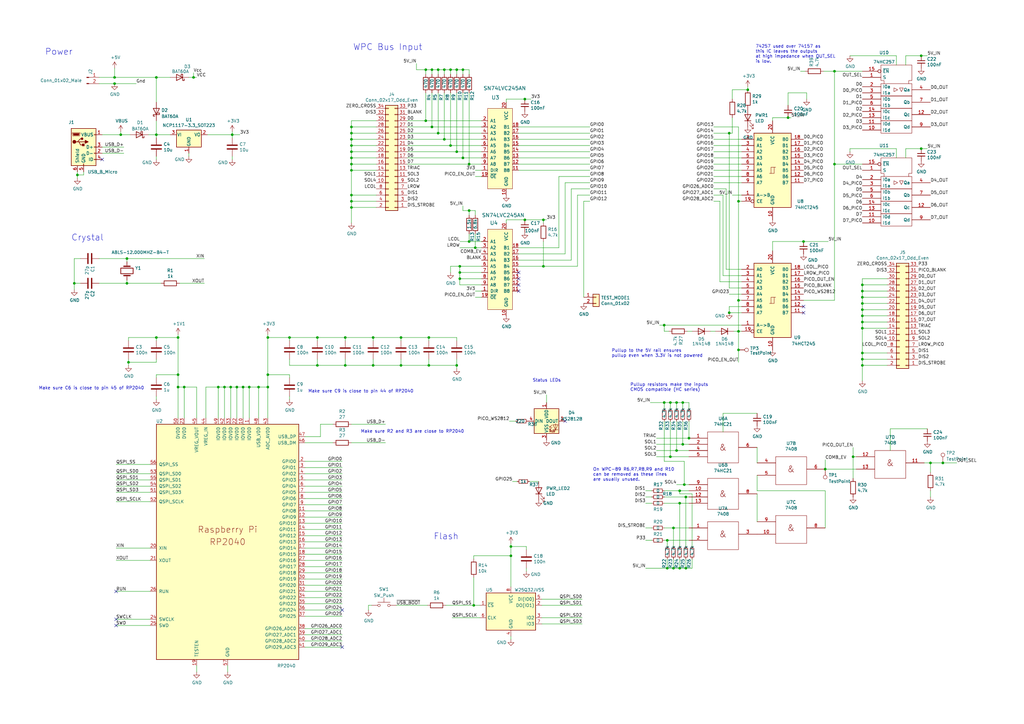
<source format=kicad_sch>
(kicad_sch (version 20230121) (generator eeschema)
  (paper "A3")
  (title_block (title "Afterglow Pico") (rev "1.3b") (company "bitfield labs"))
  (junction (at 209.55 227.965))
  (junction (at 49.53 55.245))
  (junction (at 64.135 55.245))
  (junction (at 353.695 121.92))
  (junction (at 272.415 133.35))
  (junction (at 79.375 31.75))
  (junction (at 353.695 147.32))
  (junction (at 89.535 158.75))
  (junction (at 192.405 99.06))
  (junction (at 353.695 134.62))
  (junction (at 353.695 127))
  (junction (at 130.175 149.86))
  (junction (at 278.765 201.295))
  (junction (at 299.085 54.61))
  (junction (at 177.165 28.575))
  (junction (at 141.605 138.43))
  (junction (at 153.035 149.86))
  (junction (at 179.705 54.61))
  (junction (at 377.825 22.86))
  (junction (at 174.625 49.53))
  (junction (at 222.885 109.22))
  (junction (at 144.145 67.31))
  (junction (at 164.465 138.43))
  (junction (at 381.635 189.865))
  (junction (at 299.085 128.27))
  (junction (at 192.405 67.31))
  (junction (at 99.695 158.75))
  (junction (at 144.145 82.55))
  (junction (at 306.705 36.83))
  (junction (at 164.465 149.86))
  (junction (at 189.865 64.77))
  (junction (at 192.405 86.36))
  (junction (at 353.695 149.86))
  (junction (at 64.135 31.75))
  (junction (at 353.695 144.78))
  (junction (at 188.595 111.76))
  (junction (at 302.895 135.89))
  (junction (at 377.825 60.96))
  (junction (at 175.895 138.43))
  (junction (at 187.325 149.86))
  (junction (at 215.265 40.64))
  (junction (at 97.155 158.75))
  (junction (at 338.455 192.405))
  (junction (at 273.685 221.615))
  (junction (at 31.75 71.755))
  (junction (at 302.895 143.51))
  (junction (at 194.31 248.285))
  (junction (at 187.325 28.575))
  (junction (at 130.175 138.43))
  (junction (at 52.07 106.045))
  (junction (at 46.99 34.29))
  (junction (at 278.765 206.375))
  (junction (at 102.235 158.75))
  (junction (at 276.225 233.045))
  (junction (at 73.025 138.43))
  (junction (at 46.99 31.75))
  (junction (at 64.135 138.43))
  (junction (at 353.695 116.84))
  (junction (at 386.715 189.865))
  (junction (at 144.145 57.15))
  (junction (at 184.785 28.575))
  (junction (at 144.145 59.69))
  (junction (at 52.705 148.59))
  (junction (at 194.945 101.6))
  (junction (at 349.885 187.325))
  (junction (at 323.215 48.26))
  (junction (at 280.035 182.245))
  (junction (at 274.955 165.1))
  (junction (at 188.595 114.3))
  (junction (at 342.265 67.31))
  (junction (at 109.855 153.67))
  (junction (at 52.07 116.205))
  (junction (at 75.565 158.75))
  (junction (at 276.225 216.535))
  (junction (at 174.625 28.575))
  (junction (at 281.305 233.045))
  (junction (at 302.895 82.55))
  (junction (at 209.55 224.155))
  (junction (at 106.045 158.75))
  (junction (at 144.145 64.77))
  (junction (at 95.25 55.245))
  (junction (at 179.705 28.575))
  (junction (at 30.48 116.205))
  (junction (at 92.075 158.75))
  (junction (at 182.245 28.575))
  (junction (at 281.305 203.835))
  (junction (at 94.615 158.75))
  (junction (at 353.695 124.46))
  (junction (at 144.145 80.01))
  (junction (at 73.025 158.75))
  (junction (at 144.145 52.07))
  (junction (at 280.035 165.1))
  (junction (at 144.145 85.09))
  (junction (at 273.685 233.045))
  (junction (at 274.955 187.325))
  (junction (at 109.855 138.43))
  (junction (at 182.245 57.15))
  (junction (at 272.415 165.1))
  (junction (at 277.495 165.1))
  (junction (at 342.265 29.21))
  (junction (at 184.785 59.69))
  (junction (at 141.605 149.86))
  (junction (at 144.145 69.85))
  (junction (at 118.745 138.43))
  (junction (at 144.145 62.23))
  (junction (at 177.165 52.07))
  (junction (at 302.895 123.19))
  (junction (at 109.855 158.75))
  (junction (at 353.695 129.54))
  (junction (at 222.885 90.17))
  (junction (at 187.325 62.23))
  (junction (at 144.145 54.61))
  (junction (at 282.575 179.705))
  (junction (at 188.595 109.22))
  (junction (at 353.695 132.08))
  (junction (at 189.865 28.575))
  (junction (at 329.565 99.06))
  (junction (at 215.265 90.17))
  (junction (at 153.035 138.43))
  (junction (at 353.695 119.38))
  (junction (at 175.895 149.86))
  (junction (at 278.765 233.045))
  (junction (at 280.67 198.755))
  (junction (at 277.495 184.785))
  (junction (at 73.025 153.67))
  (no_connect (at 212.725 111.76))
  (no_connect (at 140.335 250.19))
  (no_connect (at 212.725 116.84))
  (no_connect (at 47.625 256.54))
  (no_connect (at 41.91 65.405))
  (no_connect (at 329.565 128.27))
  (no_connect (at 140.335 265.43))
  (no_connect (at 212.725 114.3))
  (no_connect (at 231.775 172.72))
  (no_connect (at 47.625 254))
  (no_connect (at 212.725 119.38))
  (no_connect (at 329.565 125.73))
  (no_connect (at 47.625 242.57))
  (wire (pts (xy 224.155 161.925) (xy 224.155 165.1)))
  (wire (pts (xy 229.235 72.39) (xy 241.935 72.39)))
  (wire (pts (xy 296.545 113.03) (xy 304.165 113.03)))
  (wire (pts (xy 296.545 80.01) (xy 296.545 113.03)))
  (wire (pts (xy 276.225 216.535) (xy 282.575 216.535)))
  (wire (pts (xy 222.25 253.365) (xy 238.76 253.365)))
  (wire (pts (xy 310.515 202.565) (xy 310.515 213.995)))
  (wire (pts (xy 353.695 147.32) (xy 353.695 149.86)))
  (wire (pts (xy 273.685 229.235) (xy 273.685 233.045)))
  (wire (pts (xy 167.005 52.07) (xy 177.165 52.07)))
  (wire (pts (xy 306.705 36.83) (xy 306.705 35.56)))
  (wire (pts (xy 194.31 229.235) (xy 194.31 227.965)))
  (wire (pts (xy 215.265 90.17) (xy 222.885 90.17)))
  (wire (pts (xy 297.815 77.47) (xy 297.815 110.49)))
  (wire (pts (xy 144.145 85.09) (xy 144.145 91.44)))
  (wire (pts (xy 106.045 158.75) (xy 109.855 158.75)))
  (wire (pts (xy 292.735 72.39) (xy 304.165 72.39)))
  (wire (pts (xy 52.705 148.59) (xy 52.705 149.86)))
  (wire (pts (xy 353.695 127) (xy 353.695 129.54)))
  (wire (pts (xy 179.705 28.575) (xy 179.705 30.48)))
  (wire (pts (xy 342.265 29.21) (xy 342.265 67.31)))
  (wire (pts (xy 187.325 38.1) (xy 187.325 62.23)))
  (wire (pts (xy 192.405 67.31) (xy 167.005 67.31)))
  (wire (pts (xy 144.145 62.23) (xy 154.305 62.23)))
  (wire (pts (xy 188.595 111.76) (xy 188.595 114.3)))
  (wire (pts (xy 338.455 216.535) (xy 338.455 201.295)))
  (wire (pts (xy 272.415 165.1) (xy 272.415 167.64)))
  (wire (pts (xy 144.145 57.15) (xy 154.305 57.15)))
  (wire (pts (xy 125.095 181.61) (xy 136.525 181.61)))
  (wire (pts (xy 125.095 191.77) (xy 140.335 191.77)))
  (wire (pts (xy 300.355 40.64) (xy 300.355 36.83)))
  (wire (pts (xy 109.855 137.16) (xy 109.855 138.43)))
  (wire (pts (xy 95.25 64.135) (xy 95.25 65.405)))
  (wire (pts (xy 304.165 125.73) (xy 299.085 125.73)))
  (wire (pts (xy 280.67 198.755) (xy 282.575 198.755)))
  (wire (pts (xy 323.215 38.1) (xy 330.835 38.1)))
  (wire (pts (xy 125.095 189.23) (xy 140.335 189.23)))
  (wire (pts (xy 64.135 139.7) (xy 64.135 138.43)))
  (wire (pts (xy 283.845 233.045) (xy 281.305 233.045)))
  (wire (pts (xy 272.415 189.23) (xy 280.67 189.23)))
  (wire (pts (xy 209.55 260.985) (xy 209.55 262.255)))
  (wire (pts (xy 209.55 224.155) (xy 209.55 227.965)))
  (wire (pts (xy 144.145 54.61) (xy 144.145 57.15)))
  (wire (pts (xy 109.855 138.43) (xy 109.855 153.67)))
  (wire (pts (xy 125.095 209.55) (xy 140.335 209.55)))
  (wire (pts (xy 144.145 82.55) (xy 144.145 85.09)))
  (wire (pts (xy 189.865 28.575) (xy 187.325 28.575)))
  (wire (pts (xy 283.845 229.235) (xy 283.845 233.045)))
  (wire (pts (xy 153.035 149.86) (xy 141.605 149.86)))
  (wire (pts (xy 182.245 28.575) (xy 179.705 28.575)))
  (wire (pts (xy 94.615 158.75) (xy 97.155 158.75)))
  (wire (pts (xy 302.895 82.55) (xy 304.165 82.55)))
  (wire (pts (xy 73.66 116.205) (xy 83.82 116.205)))
  (wire (pts (xy 272.415 133.35) (xy 304.165 133.35)))
  (wire (pts (xy 73.025 138.43) (xy 73.025 153.67)))
  (wire (pts (xy 353.695 134.62) (xy 353.695 144.78)))
  (wire (pts (xy 184.785 38.1) (xy 184.785 59.69)))
  (wire (pts (xy 61.595 242.57) (xy 47.625 242.57)))
  (wire (pts (xy 222.25 245.745) (xy 238.76 245.745)))
  (wire (pts (xy 99.695 171.45) (xy 99.695 158.75)))
  (wire (pts (xy 197.485 72.39) (xy 194.945 72.39)))
  (wire (pts (xy 280.67 189.23) (xy 280.67 198.755)))
  (wire (pts (xy 194.945 86.36) (xy 192.405 86.36)))
  (wire (pts (xy 353.695 114.3) (xy 363.855 114.3)))
  (wire (pts (xy 47.625 224.79) (xy 61.595 224.79)))
  (wire (pts (xy 212.725 62.23) (xy 241.935 62.23)))
  (wire (pts (xy 371.475 22.86) (xy 377.825 22.86)))
  (wire (pts (xy 304.165 120.65) (xy 299.085 120.65)))
  (wire (pts (xy 187.325 139.7) (xy 187.325 138.43)))
  (wire (pts (xy 187.325 147.32) (xy 187.325 149.86)))
  (wire (pts (xy 167.005 64.77) (xy 189.865 64.77)))
  (wire (pts (xy 182.245 38.1) (xy 182.245 57.15)))
  (wire (pts (xy 77.47 31.75) (xy 79.375 31.75)))
  (wire (pts (xy 64.135 64.135) (xy 64.135 65.405)))
  (wire (pts (xy 292.735 62.23) (xy 304.165 62.23)))
  (wire (pts (xy 34.29 70.485) (xy 34.29 71.755)))
  (wire (pts (xy 295.275 115.57) (xy 304.165 115.57)))
  (wire (pts (xy 274.955 165.1) (xy 277.495 165.1)))
  (wire (pts (xy 175.895 138.43) (xy 187.325 138.43)))
  (wire (pts (xy 323.215 48.26) (xy 324.485 48.26)))
  (wire (pts (xy 348.615 60.96) (xy 367.665 60.96)))
  (wire (pts (xy 125.095 201.93) (xy 140.335 201.93)))
  (wire (pts (xy 144.145 64.77) (xy 154.305 64.77)))
  (wire (pts (xy 266.7 165.1) (xy 272.415 165.1)))
  (wire (pts (xy 79.375 31.75) (xy 79.375 29.845)))
  (wire (pts (xy 274.32 135.89) (xy 272.415 135.89)))
  (wire (pts (xy 179.705 54.61) (xy 197.485 54.61)))
  (wire (pts (xy 342.265 123.19) (xy 329.565 123.19)))
  (wire (pts (xy 89.535 158.75) (xy 92.075 158.75)))
  (wire (pts (xy 241.935 59.69) (xy 212.725 59.69)))
  (wire (pts (xy 231.775 104.14) (xy 231.775 74.93)))
  (wire (pts (xy 40.64 106.045) (xy 52.07 106.045)))
  (wire (pts (xy 144.145 80.01) (xy 144.145 82.55)))
  (wire (pts (xy 209.55 222.885) (xy 209.55 224.155)))
  (wire (pts (xy 302.895 135.89) (xy 304.165 135.89)))
  (wire (pts (xy 52.705 148.59) (xy 64.135 148.59)))
  (wire (pts (xy 118.745 154.94) (xy 118.745 153.67)))
  (wire (pts (xy 174.625 49.53) (xy 197.485 49.53)))
  (wire (pts (xy 174.625 38.1) (xy 174.625 49.53)))
  (wire (pts (xy 125.095 199.39) (xy 140.335 199.39)))
  (wire (pts (xy 353.695 134.62) (xy 363.855 134.62)))
  (wire (pts (xy 144.145 49.53) (xy 144.145 52.07)))
  (wire (pts (xy 222.885 90.17) (xy 222.885 91.44)))
  (wire (pts (xy 93.345 273.05) (xy 93.345 275.59)))
  (wire (pts (xy 52.07 107.315) (xy 52.07 106.045)))
  (wire (pts (xy 381.635 201.295) (xy 381.635 203.835)))
  (wire (pts (xy 212.725 101.6) (xy 229.235 101.6)))
  (wire (pts (xy 144.145 54.61) (xy 154.305 54.61)))
  (wire (pts (xy 292.735 82.55) (xy 295.275 82.55)))
  (wire (pts (xy 210.185 197.485) (xy 212.09 197.485)))
  (wire (pts (xy 125.095 204.47) (xy 140.335 204.47)))
  (wire (pts (xy 30.48 116.205) (xy 30.48 118.745)))
  (wire (pts (xy 215.9 233.045) (xy 215.9 234.315)))
  (wire (pts (xy 125.095 179.07) (xy 131.445 179.07)))
  (wire (pts (xy 177.165 28.575) (xy 177.165 30.48)))
  (wire (pts (xy 371.475 60.96) (xy 377.825 60.96)))
  (wire (pts (xy 75.565 171.45) (xy 75.565 158.75)))
  (wire (pts (xy 188.595 109.22) (xy 184.785 109.22)))
  (wire (pts (xy 95.25 55.245) (xy 95.25 53.975)))
  (wire (pts (xy 272.415 135.89) (xy 272.415 133.35)))
  (wire (pts (xy 170.815 26.035) (xy 170.815 28.575)))
  (wire (pts (xy 31.75 71.755) (xy 31.75 73.025)))
  (wire (pts (xy 189.865 28.575) (xy 189.865 30.48)))
  (wire (pts (xy 241.935 54.61) (xy 212.725 54.61)))
  (wire (pts (xy 49.53 53.975) (xy 49.53 55.245)))
  (wire (pts (xy 353.695 124.46) (xy 353.695 127)))
  (wire (pts (xy 292.735 77.47) (xy 297.815 77.47)))
  (wire (pts (xy 118.745 162.56) (xy 118.745 163.83)))
  (wire (pts (xy 222.885 99.06) (xy 222.885 109.22)))
  (wire (pts (xy 164.465 149.86) (xy 153.035 149.86)))
  (wire (pts (xy 125.095 250.19) (xy 140.335 250.19)))
  (wire (pts (xy 371.475 22.86) (xy 371.475 26.67)))
  (wire (pts (xy 300.99 135.89) (xy 302.895 135.89)))
  (wire (pts (xy 144.145 85.09) (xy 154.305 85.09)))
  (wire (pts (xy 118.745 138.43) (xy 130.175 138.43)))
  (wire (pts (xy 80.645 273.05) (xy 80.645 275.59)))
  (wire (pts (xy 125.095 245.11) (xy 140.335 245.11)))
  (wire (pts (xy 125.095 265.43) (xy 140.335 265.43)))
  (wire (pts (xy 47.625 196.85) (xy 61.595 196.85)))
  (wire (pts (xy 239.395 82.55) (xy 239.395 121.92)))
  (wire (pts (xy 141.605 147.32) (xy 141.605 149.86)))
  (wire (pts (xy 61.595 256.54) (xy 47.625 256.54)))
  (wire (pts (xy 125.095 234.95) (xy 140.335 234.95)))
  (wire (pts (xy 80.645 171.45) (xy 80.645 158.75)))
  (wire (pts (xy 187.325 28.575) (xy 187.325 30.48)))
  (wire (pts (xy 184.785 28.575) (xy 184.785 30.48)))
  (wire (pts (xy 125.095 240.03) (xy 140.335 240.03)))
  (wire (pts (xy 182.245 57.15) (xy 167.005 57.15)))
  (wire (pts (xy 292.735 74.93) (xy 304.165 74.93)))
  (wire (pts (xy 349.885 187.325) (xy 349.885 196.215)))
  (wire (pts (xy 177.165 28.575) (xy 174.625 28.575)))
  (wire (pts (xy 269.24 187.325) (xy 274.955 187.325)))
  (wire (pts (xy 241.935 64.77) (xy 212.725 64.77)))
  (wire (pts (xy 34.29 71.755) (xy 31.75 71.755)))
  (wire (pts (xy 131.445 173.99) (xy 136.525 173.99)))
  (wire (pts (xy 264.795 206.375) (xy 267.335 206.375)))
  (wire (pts (xy 197.485 69.85) (xy 194.945 69.85)))
  (wire (pts (xy 61.595 205.74) (xy 47.625 205.74)))
  (wire (pts (xy 179.705 38.1) (xy 179.705 54.61)))
  (wire (pts (xy 144.145 181.61) (xy 158.115 181.61)))
  (wire (pts (xy 125.095 212.09) (xy 140.335 212.09)))
  (wire (pts (xy 197.485 57.15) (xy 182.245 57.15)))
  (wire (pts (xy 296.545 177.165) (xy 296.545 169.545)))
  (wire (pts (xy 179.705 28.575) (xy 177.165 28.575)))
  (wire (pts (xy 282.575 172.72) (xy 282.575 179.705)))
  (wire (pts (xy 241.935 67.31) (xy 212.725 67.31)))
  (wire (pts (xy 73.025 158.75) (xy 73.025 171.45)))
  (wire (pts (xy 278.765 201.295) (xy 282.575 201.295)))
  (wire (pts (xy 241.935 80.01) (xy 236.855 80.01)))
  (wire (pts (xy 192.405 38.1) (xy 192.405 67.31)))
  (wire (pts (xy 52.07 116.205) (xy 66.04 116.205)))
  (wire (pts (xy 144.145 49.53) (xy 154.305 49.53)))
  (wire (pts (xy 118.745 147.32) (xy 118.745 149.86)))
  (wire (pts (xy 272.415 172.72) (xy 272.415 189.23)))
  (wire (pts (xy 207.645 40.64) (xy 215.265 40.64)))
  (wire (pts (xy 73.025 153.67) (xy 73.025 158.75)))
  (wire (pts (xy 276.225 233.045) (xy 273.685 233.045)))
  (wire (pts (xy 182.245 28.575) (xy 182.245 30.48)))
  (wire (pts (xy 41.91 55.245) (xy 49.53 55.245)))
  (wire (pts (xy 278.765 233.045) (xy 276.225 233.045)))
  (wire (pts (xy 102.235 158.75) (xy 102.235 171.45)))
  (wire (pts (xy 92.075 158.75) (xy 94.615 158.75)))
  (wire (pts (xy 302.895 52.07) (xy 302.895 82.55)))
  (wire (pts (xy 197.485 116.84) (xy 188.595 116.84)))
  (wire (pts (xy 338.455 201.295) (xy 310.515 201.295)))
  (wire (pts (xy 64.135 162.56) (xy 64.135 163.83)))
  (wire (pts (xy 125.095 260.35) (xy 140.335 260.35)))
  (wire (pts (xy 187.325 28.575) (xy 184.785 28.575)))
  (wire (pts (xy 323.215 43.18) (xy 323.215 38.1)))
  (wire (pts (xy 277.495 198.755) (xy 280.67 198.755)))
  (wire (pts (xy 212.725 52.07) (xy 241.935 52.07)))
  (wire (pts (xy 269.24 179.705) (xy 282.575 179.705)))
  (wire (pts (xy 144.145 173.99) (xy 158.115 173.99)))
  (wire (pts (xy 102.235 158.75) (xy 106.045 158.75)))
  (wire (pts (xy 79.375 31.75) (xy 80.645 31.75)))
  (wire (pts (xy 109.855 153.67) (xy 109.855 158.75)))
  (wire (pts (xy 109.855 153.67) (xy 118.745 153.67)))
  (wire (pts (xy 46.99 31.75) (xy 64.135 31.75)))
  (wire (pts (xy 272.415 216.535) (xy 276.225 216.535)))
  (wire (pts (xy 222.25 248.285) (xy 238.76 248.285)))
  (wire (pts (xy 208.915 172.72) (xy 211.455 172.72)))
  (wire (pts (xy 299.085 54.61) (xy 292.735 54.61)))
  (wire (pts (xy 64.135 148.59) (xy 64.135 147.32)))
  (wire (pts (xy 292.735 67.31) (xy 304.165 67.31)))
  (wire (pts (xy 130.175 139.7) (xy 130.175 138.43)))
  (wire (pts (xy 125.095 214.63) (xy 140.335 214.63)))
  (wire (pts (xy 175.895 149.86) (xy 164.465 149.86)))
  (wire (pts (xy 192.405 28.575) (xy 189.865 28.575)))
  (wire (pts (xy 207.645 41.91) (xy 207.645 40.64)))
  (wire (pts (xy 379.095 189.865) (xy 381.635 189.865)))
  (wire (pts (xy 75.565 158.75) (xy 73.025 158.75)))
  (wire (pts (xy 300.355 48.26) (xy 300.355 54.61)))
  (wire (pts (xy 89.535 171.45) (xy 89.535 158.75)))
  (wire (pts (xy 386.715 189.865) (xy 392.43 189.865)))
  (wire (pts (xy 278.765 224.155) (xy 278.765 206.375)))
  (wire (pts (xy 125.095 219.71) (xy 140.335 219.71)))
  (wire (pts (xy 278.765 202.565) (xy 278.765 201.295)))
  (wire (pts (xy 377.825 22.86) (xy 380.365 22.86)))
  (wire (pts (xy 144.145 64.77) (xy 144.145 67.31)))
  (wire (pts (xy 167.005 54.61) (xy 179.705 54.61)))
  (wire (pts (xy 80.645 158.75) (xy 75.565 158.75)))
  (wire (pts (xy 234.315 106.68) (xy 234.315 77.47)))
  (wire (pts (xy 272.415 201.295) (xy 278.765 201.295)))
  (wire (pts (xy 282.575 206.375) (xy 278.765 206.375)))
  (wire (pts (xy 40.64 34.29) (xy 46.99 34.29)))
  (wire (pts (xy 302.895 123.19) (xy 302.895 135.89)))
  (wire (pts (xy 164.465 138.43) (xy 175.895 138.43)))
  (wire (pts (xy 144.145 67.31) (xy 144.145 69.85)))
  (wire (pts (xy 184.785 28.575) (xy 182.245 28.575)))
  (wire (pts (xy 97.155 158.75) (xy 99.695 158.75)))
  (wire (pts (xy 337.82 29.21) (xy 342.265 29.21)))
  (wire (pts (xy 95.25 55.245) (xy 98.425 55.245)))
  (wire (pts (xy 175.895 149.86) (xy 187.325 149.86)))
  (wire (pts (xy 353.695 129.54) (xy 353.695 132.08)))
  (wire (pts (xy 131.445 173.99) (xy 131.445 179.07)))
  (wire (pts (xy 280.035 182.245) (xy 282.575 182.245)))
  (wire (pts (xy 52.07 106.045) (xy 83.82 106.045)))
  (wire (pts (xy 60.96 55.245) (xy 64.135 55.245)))
  (wire (pts (xy 276.225 224.155) (xy 276.225 216.535)))
  (wire (pts (xy 64.135 49.53) (xy 64.135 55.245)))
  (wire (pts (xy 353.695 29.21) (xy 342.265 29.21)))
  (wire (pts (xy 349.885 183.515) (xy 349.885 187.325)))
  (wire (pts (xy 295.275 82.55) (xy 295.275 115.57)))
  (wire (pts (xy 353.695 144.78) (xy 353.695 147.32)))
  (wire (pts (xy 151.13 248.285) (xy 151.13 250.19)))
  (wire (pts (xy 302.895 123.19) (xy 304.165 123.19)))
  (wire (pts (xy 84.455 171.45) (xy 84.455 158.75)))
  (wire (pts (xy 353.695 127) (xy 363.855 127)))
  (wire (pts (xy 94.615 171.45) (xy 94.615 158.75)))
  (wire (pts (xy 236.855 80.01) (xy 236.855 109.22)))
  (wire (pts (xy 353.695 121.92) (xy 363.855 121.92)))
  (wire (pts (xy 283.845 224.155) (xy 283.845 202.565)))
  (wire (pts (xy 167.005 59.69) (xy 184.785 59.69)))
  (wire (pts (xy 187.325 149.86) (xy 187.325 151.13)))
  (wire (pts (xy 184.785 109.22) (xy 184.785 111.76)))
  (wire (pts (xy 274.955 187.325) (xy 282.575 187.325)))
  (wire (pts (xy 283.845 202.565) (xy 278.765 202.565)))
  (wire (pts (xy 278.765 229.235) (xy 278.765 233.045)))
  (wire (pts (xy 281.305 233.045) (xy 278.765 233.045)))
  (wire (pts (xy 154.305 82.55) (xy 144.145 82.55)))
  (wire (pts (xy 194.31 227.965) (xy 209.55 227.965)))
  (wire (pts (xy 77.47 62.865) (xy 77.47 64.135)))
  (wire (pts (xy 52.705 147.32) (xy 52.705 148.59)))
  (wire (pts (xy 349.885 187.325) (xy 351.155 187.325)))
  (wire (pts (xy 61.595 229.87) (xy 47.625 229.87)))
  (wire (pts (xy 40.64 116.205) (xy 52.07 116.205)))
  (wire (pts (xy 264.795 201.295) (xy 267.335 201.295)))
  (wire (pts (xy 99.695 158.75) (xy 102.235 158.75)))
  (wire (pts (xy 73.025 137.16) (xy 73.025 138.43)))
  (wire (pts (xy 300.355 80.01) (xy 304.165 80.01)))
  (wire (pts (xy 239.395 82.55) (xy 241.935 82.55)))
  (wire (pts (xy 144.145 69.85) (xy 144.145 80.01)))
  (wire (pts (xy 229.235 101.6) (xy 229.235 72.39)))
  (wire (pts (xy 153.035 139.7) (xy 153.035 138.43)))
  (wire (pts (xy 302.895 135.89) (xy 302.895 143.51)))
  (wire (pts (xy 377.825 60.96) (xy 380.365 60.96)))
  (wire (pts (xy 167.005 49.53) (xy 174.625 49.53)))
  (wire (pts (xy 302.895 82.55) (xy 302.895 123.19)))
  (wire (pts (xy 236.855 109.22) (xy 222.885 109.22)))
  (wire (pts (xy 215.265 40.64) (xy 217.805 40.64)))
  (wire (pts (xy 152.4 248.285) (xy 151.13 248.285)))
  (wire (pts (xy 291.465 135.89) (xy 293.37 135.89)))
  (wire (pts (xy 215.9 224.155) (xy 209.55 224.155)))
  (wire (pts (xy 367.665 64.77) (xy 367.665 60.96)))
  (wire (pts (xy 300.355 36.83) (xy 306.705 36.83)))
  (wire (pts (xy 281.305 229.235) (xy 281.305 233.045)))
  (wire (pts (xy 338.455 192.405) (xy 351.155 192.405)))
  (wire (pts (xy 125.095 194.31) (xy 140.335 194.31)))
  (wire (pts (xy 144.145 52.07) (xy 144.145 54.61)))
  (wire (pts (xy 174.625 28.575) (xy 174.625 30.48)))
  (wire (pts (xy 282.575 221.615) (xy 273.685 221.615)))
  (wire (pts (xy 371.475 60.96) (xy 371.475 64.77)))
  (wire (pts (xy 192.405 30.48) (xy 192.405 28.575)))
  (wire (pts (xy 46.99 34.29) (xy 55.88 34.29)))
  (wire (pts (xy 277.495 165.1) (xy 277.495 167.64)))
  (wire (pts (xy 61.595 254) (xy 47.625 254)))
  (wire (pts (xy 31.75 70.485) (xy 31.75 71.755)))
  (wire (pts (xy 41.91 62.865) (xy 50.8 62.865)))
  (wire (pts (xy 194.945 101.6) (xy 197.485 101.6)))
  (wire (pts (xy 380.365 175.895) (xy 365.125 175.895)))
  (wire (pts (xy 130.175 149.86) (xy 118.745 149.86)))
  (wire (pts (xy 274.955 165.1) (xy 274.955 167.64)))
  (wire (pts (xy 64.135 31.75) (xy 64.135 41.91)))
  (wire (pts (xy 277.495 165.1) (xy 280.035 165.1)))
  (wire (pts (xy 188.595 101.6) (xy 194.945 101.6)))
  (wire (pts (xy 164.465 139.7) (xy 164.465 138.43)))
  (wire (pts (xy 184.785 59.69) (xy 197.485 59.69)))
  (wire (pts (xy 277.495 172.72) (xy 277.495 184.785)))
  (wire (pts (xy 153.035 147.32) (xy 153.035 149.86)))
  (wire (pts (xy 197.485 62.23) (xy 187.325 62.23)))
  (wire (pts (xy 130.175 138.43) (xy 141.605 138.43)))
  (wire (pts (xy 125.095 242.57) (xy 140.335 242.57)))
  (wire (pts (xy 182.88 248.285) (xy 194.31 248.285)))
  (wire (pts (xy 144.145 62.23) (xy 144.145 64.77)))
  (wire (pts (xy 125.095 229.87) (xy 140.335 229.87)))
  (wire (pts (xy 353.695 129.54) (xy 363.855 129.54)))
  (wire (pts (xy 188.595 99.06) (xy 192.405 99.06)))
  (wire (pts (xy 125.095 232.41) (xy 140.335 232.41)))
  (wire (pts (xy 177.165 52.07) (xy 197.485 52.07)))
  (wire (pts (xy 215.9 225.425) (xy 215.9 224.155)))
  (wire (pts (xy 125.095 227.33) (xy 140.335 227.33)))
  (wire (pts (xy 304.165 59.69) (xy 292.735 59.69)))
  (wire (pts (xy 269.24 182.245) (xy 280.035 182.245)))
  (wire (pts (xy 64.135 31.75) (xy 69.85 31.75)))
  (wire (pts (xy 109.855 138.43) (xy 118.745 138.43)))
  (wire (pts (xy 125.095 262.89) (xy 140.335 262.89)))
  (wire (pts (xy 84.455 158.75) (xy 89.535 158.75)))
  (wire (pts (xy 367.665 26.67) (xy 367.665 22.86)))
  (wire (pts (xy 316.865 49.53) (xy 316.865 48.26)))
  (wire (pts (xy 175.26 248.285) (xy 162.56 248.285)))
  (wire (pts (xy 33.02 116.205) (xy 30.48 116.205)))
  (wire (pts (xy 338.455 188.595) (xy 338.455 192.405)))
  (wire (pts (xy 175.895 139.7) (xy 175.895 138.43)))
  (wire (pts (xy 144.145 59.69) (xy 154.305 59.69)))
  (wire (pts (xy 329.565 99.06) (xy 339.725 99.06)))
  (wire (pts (xy 194.31 248.285) (xy 196.85 248.285)))
  (wire (pts (xy 353.695 114.3) (xy 353.695 116.84)))
  (wire (pts (xy 33.02 106.045) (xy 30.48 106.045)))
  (wire (pts (xy 85.09 55.245) (xy 95.25 55.245)))
  (wire (pts (xy 40.64 31.75) (xy 46.99 31.75)))
  (wire (pts (xy 310.515 183.515) (xy 310.515 189.865)))
  (wire (pts (xy 316.865 99.06) (xy 316.865 102.87)))
  (wire (pts (xy 353.695 119.38) (xy 353.695 121.92)))
  (wire (pts (xy 95.25 56.515) (xy 95.25 55.245)))
  (wire (pts (xy 92.075 171.45) (xy 92.075 158.75)))
  (wire (pts (xy 302.895 143.51) (xy 302.895 148.59)))
  (wire (pts (xy 353.695 144.78) (xy 363.855 144.78)))
  (wire (pts (xy 292.735 80.01) (xy 296.545 80.01)))
  (wire (pts (xy 269.24 184.785) (xy 277.495 184.785)))
  (wire (pts (xy 64.135 56.515) (xy 64.135 55.245)))
  (wire (pts (xy 106.045 171.45) (xy 106.045 158.75)))
  (wire (pts (xy 299.085 128.27) (xy 304.165 128.27)))
  (wire (pts (xy 144.145 80.01) (xy 154.305 80.01)))
  (wire (pts (xy 175.895 147.32) (xy 175.895 149.86)))
  (wire (pts (xy 109.855 158.75) (xy 109.855 171.45)))
  (wire (pts (xy 30.48 106.045) (xy 30.48 116.205)))
  (wire (pts (xy 353.695 121.92) (xy 353.695 124.46)))
  (wire (pts (xy 197.485 121.92) (xy 194.945 121.92)))
  (wire (pts (xy 212.725 57.15) (xy 241.935 57.15)))
  (wire (pts (xy 207.645 91.44) (xy 207.645 90.17)))
  (wire (pts (xy 197.485 67.31) (xy 192.405 67.31)))
  (wire (pts (xy 207.645 90.17) (xy 215.265 90.17)))
  (wire (pts (xy 192.405 86.36) (xy 192.405 88.265)))
  (wire (pts (xy 141.605 149.86) (xy 130.175 149.86)))
  (wire (pts (xy 348.615 62.23) (xy 348.615 60.96)))
  (wire (pts (xy 353.695 149.86) (xy 353.695 156.21)))
  (wire (pts (xy 217.17 197.485) (xy 220.98 197.485)))
  (wire (pts (xy 280.035 165.1) (xy 280.035 167.64)))
  (wire (pts (xy 141.605 139.7) (xy 141.605 138.43)))
  (wire (pts (xy 282.575 167.64) (xy 282.575 165.1)))
  (wire (pts (xy 187.325 62.23) (xy 167.005 62.23)))
  (wire (pts (xy 353.695 116.84) (xy 353.695 119.38)))
  (wire (pts (xy 292.735 57.15) (xy 304.165 57.15)))
  (wire (pts (xy 188.595 109.22) (xy 188.595 111.76)))
  (wire (pts (xy 192.405 95.885) (xy 192.405 99.06)))
  (wire (pts (xy 281.94 135.89) (xy 283.845 135.89)))
  (wire (pts (xy 297.815 110.49) (xy 304.165 110.49)))
  (wire (pts (xy 222.25 255.905) (xy 238.76 255.905)))
  (wire (pts (xy 342.265 67.31) (xy 353.695 67.31)))
  (wire (pts (xy 189.865 38.1) (xy 189.865 64.77)))
  (wire (pts (xy 189.865 84.455) (xy 189.865 86.36)))
  (wire (pts (xy 381.635 189.865) (xy 386.715 189.865)))
  (wire (pts (xy 212.725 69.85) (xy 241.935 69.85)))
  (wire (pts (xy 273.685 221.615) (xy 272.415 221.615)))
  (wire (pts (xy 47.625 199.39) (xy 61.595 199.39)))
  (wire (pts (xy 52.07 114.935) (xy 52.07 116.205)))
  (wire (pts (xy 192.405 99.06) (xy 197.485 99.06)))
  (wire (pts (xy 47.625 194.31) (xy 61.595 194.31)))
  (wire (pts (xy 222.885 109.22) (xy 212.725 109.22)))
  (wire (pts (xy 212.725 104.14) (xy 231.775 104.14)))
  (wire (pts (xy 125.095 217.17) (xy 140.335 217.17)))
  (wire (pts (xy 144.145 69.85) (xy 154.305 69.85)))
  (wire (pts (xy 281.305 224.155) (xy 281.305 203.835)))
  (wire (pts (xy 144.145 67.31) (xy 154.305 67.31)))
  (wire (pts (xy 267.335 221.615) (xy 264.795 221.615)))
  (wire (pts (xy 174.625 28.575) (xy 170.815 28.575)))
  (wire (pts (xy 353.695 119.38) (xy 363.855 119.38)))
  (wire (pts (xy 64.135 55.245) (xy 69.85 55.245)))
  (wire (pts (xy 353.695 132.08) (xy 353.695 134.62)))
  (wire (pts (xy 47.625 201.93) (xy 61.595 201.93)))
  (wire (pts (xy 97.155 171.45) (xy 97.155 158.75)))
  (wire (pts (xy 197.485 111.76) (xy 188.595 111.76)))
  (wire (pts (xy 277.495 184.785) (xy 282.575 184.785)))
  (wire (pts (xy 125.095 222.25) (xy 140.335 222.25)))
  (wire (pts (xy 304.165 118.11) (xy 299.085 118.11)))
  (wire (pts (xy 348.615 22.86) (xy 367.665 22.86)))
  (wire (pts (xy 125.095 257.81) (xy 140.335 257.81)))
  (wire (pts (xy 365.125 175.895) (xy 365.125 184.785)))
  (wire (pts (xy 125.095 247.65) (xy 140.335 247.65)))
  (wire (pts (xy 353.695 149.86) (xy 363.855 149.86)))
  (wire (pts (xy 194.31 236.855) (xy 194.31 248.285)))
  (wire (pts (xy 197.485 119.38) (xy 194.945 119.38)))
  (wire (pts (xy 300.355 54.61) (xy 299.085 54.61)))
  (wire (pts (xy 189.865 64.77) (xy 197.485 64.77)))
  (wire (pts (xy 278.765 206.375) (xy 272.415 206.375)))
  (wire (pts (xy 280.035 165.1) (xy 282.575 165.1)))
  (wire (pts (xy 197.485 109.22) (xy 188.595 109.22)))
  (wire (pts (xy 209.55 227.965) (xy 209.55 240.665)))
  (wire (pts (xy 164.465 147.32) (xy 164.465 149.86)))
  (wire (pts (xy 342.265 67.31) (xy 342.265 123.19)))
  (wire (pts (xy 64.135 153.67) (xy 73.025 153.67)))
  (wire (pts (xy 316.865 99.06) (xy 329.565 99.06)))
  (wire (pts (xy 144.145 59.69) (xy 144.145 62.23)))
  (wire (pts (xy 177.165 38.1) (xy 177.165 52.07)))
  (wire (pts (xy 353.695 124.46) (xy 363.855 124.46)))
  (wire (pts (xy 52.705 139.7) (xy 52.705 138.43)))
  (wire (pts (xy 64.135 138.43) (xy 73.025 138.43)))
  (wire (pts (xy 267.335 203.835) (xy 264.795 203.835)))
  (wire (pts (xy 363.855 147.32) (xy 353.695 147.32)))
  (wire (pts (xy 264.795 216.535) (xy 267.335 216.535)))
  (wire (pts (xy 41.91 60.325) (xy 50.8 60.325)))
  (wire (pts (xy 49.53 55.245) (xy 53.34 55.245)))
  (wire (pts (xy 118.745 139.7) (xy 118.745 138.43)))
  (wire (pts (xy 130.175 147.32) (xy 130.175 149.86)))
  (wire (pts (xy 212.725 106.68) (xy 234.315 106.68)))
  (wire (pts (xy 46.99 27.94) (xy 46.99 31.75)))
  (wire (pts (xy 144.145 57.15) (xy 144.145 59.69)))
  (wire (pts (xy 234.315 77.47) (xy 241.935 77.47)))
  (wire (pts (xy 310.515 201.295) (xy 310.515 194.945)))
  (wire (pts (xy 299.085 125.73) (xy 299.085 128.27)))
  (wire (pts (xy 276.225 229.235) (xy 276.225 233.045)))
  (wire (pts (xy 125.095 207.01) (xy 140.335 207.01)))
  (wire (pts (xy 188.595 114.3) (xy 197.485 114.3)))
  (wire (pts (xy 316.865 48.26) (xy 323.215 48.26)))
  (wire (pts (xy 270.51 133.35) (xy 272.415 133.35)))
  (wire (pts (xy 125.095 224.79) (xy 140.335 224.79)))
  (wire (pts (xy 273.685 224.155) (xy 273.685 221.615)))
  (wire (pts (xy 231.775 74.93) (xy 241.935 74.93)))
  (wire (pts (xy 381.635 193.675) (xy 381.635 189.865)))
  (wire (pts (xy 272.415 165.1) (xy 274.955 165.1)))
  (wire (pts (xy 192.405 86.36) (xy 189.865 86.36)))
  (wire (pts (xy 141.605 138.43) (xy 153.035 138.43)))
  (wire (pts (xy 296.545 169.545) (xy 310.515 169.545)))
  (wire (pts (xy 330.835 38.1) (xy 330.835 40.64)))
  (wire (pts (xy 125.095 237.49) (xy 140.335 237.49)))
  (wire (pts (xy 292.735 52.07) (xy 302.895 52.07)))
  (wire (pts (xy 61.595 190.5) (xy 47.625 190.5)))
  (wire (pts (xy 272.415 203.835) (xy 281.305 203.835)))
  (wire (pts (xy 274.955 172.72) (xy 274.955 187.325)))
  (wire (pts (xy 328.295 29.21) (xy 330.2 29.21)))
  (wire (pts (xy 281.305 203.835) (xy 282.575 203.835)))
  (wire (pts (xy 125.095 196.85) (xy 140.335 196.85)))
  (wire (pts (xy 304.165 69.85) (xy 292.735 69.85)))
  (wire (pts (xy 273.685 233.045) (xy 264.795 233.045)))
  (wire (pts (xy 153.035 138.43) (xy 164.465 138.43)))
  (wire (pts (xy 304.165 64.77) (xy 292.735 64.77)))
  (wire (pts (xy 353.695 132.08) (xy 363.855 132.08)))
  (wire (pts (xy 280.035 172.72) (xy 280.035 182.245)))
  (wire (pts (xy 194.945 88.265) (xy 194.945 86.36)))
  (wire (pts (xy 222.885 90.17) (xy 224.155 90.17)))
  (wire (pts (xy 299.085 54.61) (xy 299.085 118.11)))
  (wire (pts (xy 125.095 252.73) (xy 140.335 252.73)))
  (wire (pts (xy 188.595 114.3) (xy 188.595 116.84)))
  (wire (pts (xy 194.945 95.885) (xy 194.945 101.6)))
  (wire (pts (xy 64.135 154.94) (xy 64.135 153.67)))
  (wire (pts (xy 144.145 52.07) (xy 154.305 52.07)))
  (wire (pts (xy 52.705 138.43) (xy 64.135 138.43)))
  (wire (pts (xy 353.695 116.84) (xy 363.855 116.84)))
  (wire (pts (xy 185.42 253.365) (xy 196.85 253.365)))
  (image (at -58.42 144.78))
  (image (at -54.61 53.34))
  (text "WPC" (at -96.52 12.7 0) (effects (font (size 3.9878 3.9878)) (justify left bottom)))
  (text "Pullup to the 5V rail ensures\npullup even when 3.3V is not powered" (at 250.825 146.685 0) (effects (font (size 1.27 1.27)) (justify left bottom)))
  (text "Status LEDs" (at 218.44 156.845 0) (effects (font (size 1.27 1.27)) (justify left bottom)))
  (text "Pullup resistors make the inputs\nCMOS compatible (HC series)" (at 258.445 160.655 0) (effects (font (size 1.27 1.27)) (justify left bottom)))
  (text "Make sure C9 is close to pin 44 of RP2040" (at 126.365 161.29 0) (effects (font (size 1.27 1.27)) (justify left bottom)))
  (text "Power" (at 18.415 22.86 0) (effects (font (size 2.54 2.54)) (justify left bottom)))
  (text "Crystal" (at 29.21 99.06 0) (effects (font (size 2.54 2.54)) (justify left bottom)))
  (text "74257 used over 74157 as\nthis IC leaves the outputs\nat high impedance when OUT_SEL\nis low." (at 309.88 26.035 0) (effects (font (size 1.27 1.27)) (justify left bottom)))
  (text "On WPC-89 R6,R7,R8,R9 and R10\ncan be removed as these lines\nare usually unused." (at 243.205 197.485 0) (effects (font (size 1.27 1.27)) (justify left bottom)))
  (text "WPC Bus Input" (at 144.78 20.955 0) (effects (font (size 2.54 2.54)) (justify left bottom)))
  (text "WPC95" (at -91.44 99.06 0) (effects (font (size 3.9878 3.9878)) (justify left bottom)))
  (text "Make sure R2 and R3 are close to RP2040" (at 147.955 177.8 0) (effects (font (size 1.27 1.27)) (justify left bottom)))
  (text "Flash" (at 177.8 221.615 0) (effects (font (size 2.54 2.54)) (justify left bottom)))
  (text "Make sure C6 is close to pin 45 of RP2040" (at 15.875 160.02 0) (effects (font (size 1.27 1.27)) (justify left bottom)))
  (label "USB_D-" (at 158.115 181.61 180))
  (label "QSPI_SD1" (at 47.625 196.85 0))
  (label "D6_PICO" (at 353.695 86.36 180))
  (label "QSPI_SS" (at 47.625 190.5 0))
  (label "GPIO2" (at 140.335 194.31 180))
  (label "GPIO19" (at 140.335 237.49 180))
  (label "GPIO21" (at 292.735 72.39 180))
  (label "SOL2" (at 376.555 139.7 0))
  (label "DIS2" (at 264.795 203.835 180))
  (label "DIS2" (at 167.005 82.55 0))
  (label "BLANK" (at 197.485 106.68 180))
  (label "D7_PICO" (at 353.695 91.44 180))
  (label "D3_PICO" (at 353.695 53.34 180))
  (label "GPIO11" (at 140.335 217.17 180))
  (label "D2_OUT" (at 376.555 119.38 0))
  (label "GPIO23" (at 299.085 120.65 180))
  (label "GPIO19" (at 292.735 67.31 180))
  (label "DIS1" (at 264.795 201.295 180))
  (label "Gnd" (at 55.88 34.29 0))
  (label "D4_PICO" (at 353.695 76.2 180))
  (label "P33" (at 376.555 109.22 0))
  (label "GPIO3" (at 140.335 196.85 180))
  (label "PICO_WS2812" (at 329.565 120.65 0))
  (label "5V_IN" (at 339.725 99.06 0))
  (label "GPIO23" (at 140.335 247.65 180))
  (label "GPIO3" (at 241.935 59.69 0))
  (label "XOUT" (at 47.625 229.87 0))
  (label "D2" (at 167.005 54.61 0))
  (label "GPIO25" (at 140.335 252.73 180))
  (label "SOL4" (at 363.855 139.7 180))
  (label "D5_OUT" (at 381.635 80.01 0))
  (label "LCOL_PICO" (at 329.565 110.49 0))
  (label "GPIO26_ADC0" (at 292.735 77.47 180))
  (label "GPIO22" (at 292.735 74.93 180))
  (label "QSPI_SD0" (at 238.76 245.745 180))
  (label "GPIO16" (at 292.735 59.69 180))
  (label "GPIO28_ADC2" (at 140.335 262.89 180))
  (label "GPIO0" (at 140.335 189.23 180))
  (label "ZERO_CROSS" (at 363.855 109.22 180))
  (label "QSPI_SCLK" (at 47.625 205.74 0))
  (label "PICO_OUT_EN" (at 329.565 115.57 0))
  (label "GPIO15" (at 292.735 57.15 180))
  (label "GPIO1" (at 140.335 191.77 180))
  (label "BLANK" (at 167.005 46.99 0))
  (label "GPIO13" (at 140.335 222.25 180))
  (label "D5" (at 167.005 62.23 0))
  (label "GPIO17" (at 292.735 62.23 180))
  (label "D1" (at 353.695 40.64 180))
  (label "D4" (at 167.005 59.69 0))
  (label "~{USB_BOOT}" (at 162.56 248.285 0))
  (label "D4" (at 353.695 73.66 180))
  (label "D1_PICO" (at 353.695 43.18 180))
  (label "GPIO4" (at 241.935 62.23 0))
  (label "GPIO10" (at 241.935 77.47 0))
  (label "TRIAC" (at 376.555 134.62 0))
  (label "LCOL_PICO" (at 363.855 142.24 180))
  (label "PICO_OUT_EN" (at 349.885 183.515 180))
  (label "D0_OUT" (at 376.555 114.3 0))
  (label "D7_OUT" (at 376.555 132.08 0))
  (label "GPIO8" (at 140.335 209.55 180))
  (label "GPIO6" (at 140.335 204.47 180))
  (label "QSPI_SD2" (at 47.625 199.39 0))
  (label "GPIO7" (at 140.335 207.01 180))
  (label "5V_IN" (at 264.795 233.045 180))
  (label "DIS3" (at 154.305 46.99 180))
  (label "3V3" (at 98.425 55.245 0))
  (label "GPIO4" (at 140.335 199.39 180))
  (label "USB_D+" (at 50.8 60.325 180))
  (label "PICO_BLANK" (at 376.555 111.76 0))
  (label "GPIO29_ADC3" (at 140.335 265.43 180))
  (label "D4_OUT" (at 376.555 124.46 0))
  (label "5V_IN" (at 270.51 133.35 180))
  (label "SOL4" (at 277.495 198.755 180))
  (label "LROW_PICO" (at 376.555 142.24 0))
  (label "D3" (at 167.005 57.15 0))
  (label "SOL3" (at 167.005 72.39 0))
  (label "QSPI_SS" (at 185.42 248.285 0))
  (label "P33" (at 167.005 44.45 0))
  (label "XIN" (at 83.82 106.045 180))
  (label "SOL3" (at 376.555 137.16 0))
  (label "TRIAC" (at 269.24 179.705 180))
  (label "XIN" (at 47.625 224.79 0))
  (label "GPIO14" (at 292.735 54.61 180))
  (label "D3_PICO" (at 329.565 64.77 0))
  (label "GPIO22" (at 140.335 245.11 180))
  (label "GPIO12" (at 241.935 82.55 0))
  (label "D4_PICO" (at 329.565 67.31 0))
  (label "DIS3" (at 363.855 111.76 180))
  (label "D0_PICO" (at 329.565 57.15 0))
  (label "GPIO5" (at 241.935 64.77 0))
  (label "GPIO12" (at 140.335 219.71 180))
  (label "GPIO13" (at 292.735 52.07 180))
  (label "GPIO8" (at 241.935 72.39 0))
  (label "5V_IN" (at 300.355 80.01 180))
  (label "D7" (at 353.695 88.9 180))
  (label "D6_OUT" (at 381.635 85.09 0))
  (label "P33" (at 264.795 221.615 180))
  (label "SOL2" (at 167.005 74.93 0))
  (label "DIS1" (at 167.005 80.01 0))
  (label "D7" (at 167.005 67.31 0))
  (label "QSPI_SD3" (at 47.625 201.93 0))
  (label "3V3" (at 217.805 40.64 0))
  (label "LCOL" (at 188.595 99.06 180))
  (label "DIS_STROBE" (at 376.555 149.86 0))
  (label "GPIO27_ADC1" (at 292.735 80.01 180))
  (label "D7_PICO" (at 329.565 74.93 0))
  (label "D1_OUT" (at 381.635 41.91 0))
  (label "D6_PICO" (at 329.565 72.39 0))
  (label "D2" (at 353.695 45.72 180))
  (label "D6_OUT" (at 376.555 129.54 0))
  (label "QSPI_SD2" (at 238.76 253.365 180))
  (label "GPIO27_ADC1" (at 140.335 260.35 180))
  (label "3V3" (at 194.945 119.38 180))
  (label "OUT_SEL" (at 353.695 31.75 180))
  (label "TRIAC" (at 167.005 69.85 0))
  (label "D4_OUT" (at 381.635 74.93 0))
  (label "GPIO15" (at 140.335 227.33 180))
  (label "DIS3" (at 264.795 206.375 180))
  (label "D7_OUT" (at 381.635 90.17 0))
  (label "D1_PICO" (at 329.565 59.69 0))
  (label "D3_OUT" (at 381.635 52.07 0))
  (label "QSPI_SD0" (at 47.625 194.31 0))
  (label "GPIO0" (at 241.935 52.07 0))
  (label "GPIO18" (at 140.335 234.95 180))
  (label "GPIO26_ADC0" (at 140.335 257.81 180))
  (label "GPIO11" (at 241.935 80.01 0))
  (label "GPIO24" (at 140.335 250.19 180))
  (label "D0" (at 353.695 35.56 180))
  (label "3V3" (at 194.945 69.85 180))
  (label "SOL3" (at 269.24 187.325 180))
  (label "LROW" (at 167.005 77.47 0))
  (label "GPIO1" (at 241.935 54.61 0))
  (label "GPIO18" (at 292.735 64.77 180))
  (label "GPIO20" (at 140.335 240.03 180))
  (label "5V_IN" (at 224.155 161.925 180))
  (label "GPIO20" (at 292.735 69.85 180))
  (label "D5_PICO" (at 353.695 81.28 180))
  (label "D0_PICO" (at 353.695 38.1 180))
  (label "PICO_BLANK" (at 329.565 118.11 0))
  (label "GPIO9" (at 140.335 212.09 180))
  (label "XOUT" (at 83.82 116.205 180))
  (label "LROW_PICO" (at 329.565 113.03 0))
  (label "QSPI_SD1" (at 238.76 248.285 180))
  (label "5V_IN" (at 324.485 48.26 0))
  (label "QSPI_SCLK" (at 185.42 253.365 0))
  (label "PICO_EN_OUT" (at 194.945 121.92 180))
  (label "5V_IN" (at 266.7 165.1 180))
  (label "GPIO25" (at 210.185 197.485 180))
  (label "5V_IN" (at 380.365 22.86 0))
  (label "ZERO_CROSS" (at 154.305 44.45 180))
  (label "DIS_STROBE" (at 167.005 85.09 0))
  (label "D5_OUT" (at 376.555 127 0))
  (label "OUT_SEL" (at 392.43 189.865 0))
  (label "SOL4" (at 154.305 74.93 180))
  (label "D2_PICO" (at 353.695 48.26 180))
  (label "DIS_STROBE" (at 264.795 216.535 180))
  (label "USB_D-" (at 50.8 62.865 180))
  (label "GPIO17" (at 140.335 232.41 180))
  (label "VCC" (at 80.645 31.75 0))
  (label "D3_OUT" (at 376.555 121.92 0))
  (label "D0" (at 167.005 49.53 0))
  (label "GPIO9" (at 241.935 74.93 0))
  (label "5V_IN" (at 189.865 84.455 180))
  (label "USB_D+" (at 158.115 173.99 180))
  (label "OUT_SEL" (at 353.695 69.85 180))
  (label "GPIO10" (at 140.335 214.63 180))
  (label "SOL1" (at 154.305 72.39 180))
  (label "GPIO6" (at 241.935 67.31 0))
  (label "D5_PICO" (at 329.565 69.85 0))
  (label "GPIO7" (at 241.935 69.85 0))
  (label "COMB_EV" (at 197.485 104.14 180))
  (label "5V_IN" (at 380.365 60.96 0))
  (label "PICO_EN_OUT" (at 302.895 148.59 180))
  (label "5V_IN" (at 170.815 26.035 180))
  (label "GPIO28_ADC2" (at 292.735 82.55 180))
  (label "GPIO2" (at 241.935 57.15 0))
  (label "5V_IN" (at 328.295 29.21 180))
  (label "D5" (at 353.695 78.74 180))
  (label "QSPI_SD3" (at 238.76 255.905 180))
  (label "SOL1" (at 269.24 182.245 180))
  (label "GPIO5" (at 140.335 201.93 180))
  (label "GPIO14" (at 140.335 224.79 180))
  (label "COMB_EV" (at 338.455 188.595 0))
  (label "D6" (at 353.695 83.82 180))
  (label "SOL1" (at 363.855 137.16 180))
  (label "GPIO21" (at 140.335 242.57 180))
  (label "RUN" (at 47.625 242.57 0))
  (label "D1_OUT" (at 376.555 116.84 0))
  (label "D2_PICO" (at 329.565 62.23 0))
  (label "PICO_EN_OUT" (at 194.945 72.39 180))
  (label "LCOL" (at 154.305 77.47 180))
  (label "D1" (at 167.005 52.07 0))
  (label "DIS2" (at 376.555 147.32 0))
  (label "D3" (at 353.695 50.8 180))
  (label "SWD" (at 47.625 256.54 0))
  (label "3V3" (at 224.155 90.17 0))
  (label "D6" (at 167.005 64.77 0))
  (label "SWCLK" (at 47.625 254 0))
  (label "DIS1" (at 376.555 144.78 0))
  (label "PICO_WS2812" (at 208.915 172.72 180))
  (label "SOL2" (at 269.24 184.785 180))
  (label "LROW" (at 188.595 101.6 180))
  (label "D2_OUT" (at 381.635 46.99 0))
  (label "GPIO16" (at 140.335 229.87 180))
  (label "Vcc" (at 79.375 29.845 0))
  (label "D0_OUT" (at 381.635 36.83 0))
  (symbol (lib_id "Connector_Generic:Conn_02x17_Odd_Even") (at 161.925 64.77 180) (unit 1)
    (property "Reference" "J4" (at 160.655 38.735 0))
    (property "Value" "Conn_02x17_Odd_Even" (at 160.655 41.0464 0))
    (property "Footprint" "Connector_PinHeader_2.54mm:PinHeader_2x17_P2.54mm_Vertical" (effects hide))
  )
  (symbol (lib_id "dk_Logic-Buffers-Drivers-Receivers-Transceivers:SN74LVC245AN") (at 207.645 49.53 0) (unit 1)
    (property "Reference" "U3" (at 203.2 40.005 0) (effects (font (size 1.524 1.524))))
    (property "Value" "SN74LVC245AN" (at 207.01 36.195 0) (effects (font (size 1.524 1.524))))
    (property "Footprint" "Package_SO:TSSOP-20_4.4x6.5mm_P0.65mm" (effects hide))
    (property "Datasheet" "http://www.ti.com/lit/ds/symlink/sn74lvc245a.pdf" (effects hide))
    (property "Digi-Key_PN" "296-8503-5-ND" (effects hide))
    (property "MPN" "SN74LVC245AN" (effects hide))
    (property "Category" "Integrated Circuits (ICs)" (effects hide))
    (property "Family" "Logic - Buffers, Drivers, Receivers, Transceivers" (effects hide))
    (property "DK_Datasheet_Link" "http://www.ti.com/lit/ds/symlink/sn74lvc245a.pdf" (effects hide))
    (property "DK_Detail_Page" "/product-detail/en/texas-instruments/SN74LVC245AN/296-8503-5-ND/377483" (effects hide))
    (property "Description" "IC TXRX NON-INVERT 3.6V 20DIP" (effects hide))
    (property "Manufacturer" "Texas Instruments" (effects hide))
    (property "Status" "Active" (effects hide))
    (property "JLCPCB" "C6082" (effects hide))
  )
  (symbol (lib_id "Connector_Generic:Conn_02x17_Odd_Even") (at 371.475 129.54 180) (unit 1)
    (property "Reference" "J5" (at 370.205 103.505 0))
    (property "Value" "Conn_02x17_Odd_Even" (at 370.205 105.8164 0))
    (property "Footprint" "Connector_PinHeader_2.54mm:PinHeader_2x17_P2.54mm_Vertical" (effects hide))
    (property "JLCPCB" "C18417" (effects hide))
  )
  (symbol (lib_id "dk_Logic-Buffers-Drivers-Receivers-Transceivers:SN74LVC245AN") (at 207.645 99.06 0) (unit 1)
    (property "Reference" "U4" (at 202.565 91.44 0) (effects (font (size 1.524 1.524))))
    (property "Value" "SN74LVC245AN" (at 206.375 88.265 0) (effects (font (size 1.524 1.524))))
    (property "Footprint" "Package_SO:TSSOP-20_4.4x6.5mm_P0.65mm" (effects hide))
    (property "Datasheet" "http://www.ti.com/lit/ds/symlink/sn74lvc245a.pdf" (effects hide))
    (property "Digi-Key_PN" "296-8503-5-ND" (effects hide))
    (property "MPN" "SN74LVC245AN" (effects hide))
    (property "Category" "Integrated Circuits (ICs)" (effects hide))
    (property "Family" "Logic - Buffers, Drivers, Receivers, Transceivers" (effects hide))
    (property "DK_Datasheet_Link" "http://www.ti.com/lit/ds/symlink/sn74lvc245a.pdf" (effects hide))
    (property "DK_Detail_Page" "/product-detail/en/texas-instruments/SN74LVC245AN/296-8503-5-ND/377483" (effects hide))
    (property "Description" "IC TXRX NON-INVERT 3.6V 20DIP" (effects hide))
    (property "Manufacturer" "Texas Instruments" (effects hide))
    (property "Status" "Active" (effects hide))
    (property "JLCPCB" "C6082" (effects hide))
  )
  (symbol (lib_id "74xx_IEEE:7421") (at 296.545 183.515 0) (unit 1)
    (property "Reference" "U6" (at 296.545 171.6786 0))
    (property "Value" "74HC21" (at 296.545 173.99 0))
    (property "Footprint" "Package_SO:SOIC-14_3.9x8.7mm_P1.27mm" (effects hide))
    (property "JLCPCB" "C75398" (effects hide))
  )
  (symbol (lib_id "74xx_IEEE:7421") (at 296.545 202.565 0) (unit 2)
    (property "Reference" "U6" (at 296.545 190.7286 0))
    (property "Value" "74HC21" (at 296.545 193.04 0))
    (property "Footprint" "Package_SO:SOIC-14_3.9x8.7mm_P1.27mm" (effects hide))
    (property "JLCPCB" "C75398" (effects hide))
  )
  (symbol (lib_id "power:GND") (at 144.145 91.44 0) (unit 1)
    (property "Reference" "#PWR017" (effects hide))
    (property "Value" "GND" (at 144.272 95.8342 0))
  )
  (symbol (lib_id "power:GND") (at 207.645 80.01 0) (unit 1)
    (property "Reference" "#PWR021" (effects hide))
    (property "Value" "GND" (at 207.772 84.4042 0))
  )
  (symbol (lib_id "power:GND") (at 207.645 129.54 0) (unit 1)
    (property "Reference" "#PWR022" (effects hide))
    (property "Value" "GND" (at 207.772 133.9342 0))
  )
  (symbol (lib_id "power:GND") (at 184.785 111.76 0) (unit 1)
    (property "Reference" "#PWR019" (effects hide))
    (property "Value" "GND" (at 184.912 116.1542 0))
  )
  (symbol (lib_id "power:GND") (at 353.695 156.21 0) (unit 1)
    (property "Reference" "#PWR040" (effects hide))
    (property "Value" "GND" (at 353.822 160.6042 0))
  )
  (symbol (lib_id "74xx:74HC245") (at 316.865 69.85 0) (unit 1)
    (property "Reference" "U8" (at 328.295 82.55 0))
    (property "Value" "74HCT245" (at 330.835 85.09 0))
    (property "Footprint" "Package_SO:TSSOP-20_4.4x6.5mm_P0.65mm" (effects hide))
    (property "Datasheet" "http://www.ti.com/lit/gpn/sn74HC245" (effects hide))
    (property "JLCPCB" "C6779" (effects hide))
  )
  (symbol (lib_id "power:GND") (at 316.865 90.17 0) (unit 1)
    (property "Reference" "#PWR033" (effects hide))
    (property "Value" "GND" (at 316.992 94.5642 0))
  )
  (symbol (lib_id "74xx:74HC245") (at 316.865 123.19 0) (unit 1)
    (property "Reference" "U9" (at 327.025 138.43 0))
    (property "Value" "74HCT245" (at 329.565 140.97 0))
    (property "Footprint" "Package_SO:TSSOP-20_4.4x6.5mm_P0.65mm" (effects hide))
    (property "Datasheet" "http://www.ti.com/lit/gpn/sn74HC245" (effects hide))
    (property "JLCPCB" "C6779" (effects hide))
  )
  (symbol (lib_id "power:+5V") (at 46.99 27.94 0) (unit 1)
    (property "Reference" "#PWR03" (effects hide))
    (property "Value" "+5V" (at 47.371 23.5458 0))
  )
  (symbol (lib_id "power:GND") (at 316.865 143.51 0) (unit 1)
    (property "Reference" "#PWR034" (effects hide))
    (property "Value" "GND" (at 316.992 147.9042 0))
  )
  (symbol (lib_id "74xx_IEEE:74LS257") (at 367.665 40.64 0) (unit 1)
    (property "Reference" "U10" (at 362.585 21.59 0))
    (property "Value" "74HC257" (at 362.585 25.4 0))
    (property "Footprint" "Package_SO:TSSOP-16_4.4x5mm_P0.65mm" (effects hide))
    (property "JLCPCB" "C7646" (effects hide))
  )
  (symbol (lib_id "Device:R") (at 349.885 200.025 0) (unit 1)
    (property "Reference" "R30" (at 351.663 198.8566 0) (effects (justify left)))
    (property "Value" "4.7k" (at 351.663 201.168 0) (effects (justify left)))
    (property "Footprint" "Resistor_SMD:R_0402_1005Metric" (effects hide))
    (property "JLCPCB" "C105871" (effects hide))
  )
  (symbol (lib_id "power:GND") (at 348.615 22.86 0) (unit 1)
    (property "Reference" "#PWR037" (effects hide))
    (property "Value" "GND" (at 348.742 27.2542 0))
  )
  (symbol (lib_id "74xx_IEEE:74LS257") (at 367.665 78.74 0) (unit 1)
    (property "Reference" "U11" (at 362.585 59.69 0))
    (property "Value" "74HC257" (at 362.585 63.5 0))
    (property "Footprint" "Package_SO:TSSOP-16_4.4x5mm_P0.65mm" (effects hide))
    (property "JLCPCB" "C7646" (effects hide))
  )
  (symbol (lib_id "power:GND") (at 348.615 62.23 0) (unit 1)
    (property "Reference" "#PWR038" (effects hide))
    (property "Value" "GND" (at 348.742 66.6242 0))
  )
  (symbol (lib_id "power:GND") (at 349.885 203.835 0) (unit 1)
    (property "Reference" "#PWR039" (effects hide))
    (property "Value" "GND" (at 350.012 208.2292 0))
  )
  (symbol (lib_id "power:GND") (at 299.085 128.27 0) (unit 1)
    (property "Reference" "#PWR029" (effects hide))
    (property "Value" "GND" (at 295.275 129.54 0))
  )
  (symbol (lib_id "Device:R") (at 278.13 135.89 270) (unit 1)
    (property "Reference" "R27" (at 279.2984 137.668 0) (effects (justify left)))
    (property "Value" "4.7k" (at 276.987 137.668 0) (effects (justify left)))
    (property "Footprint" "Resistor_SMD:R_0402_1005Metric" (effects hide))
    (property "JLCPCB" "C105871" (effects hide))
  )
  (symbol (lib_id "Device:R") (at 381.635 197.485 0) (unit 1)
    (property "Reference" "R31" (at 383.413 196.3166 0) (effects (justify left)))
    (property "Value" "4.7k" (at 383.413 198.628 0) (effects (justify left)))
    (property "Footprint" "Resistor_SMD:R_0402_1005Metric" (effects hide))
    (property "JLCPCB" "C105871" (effects hide))
  )
  (symbol (lib_id "power:GND") (at 381.635 203.835 0) (unit 1)
    (property "Reference" "#PWR044" (effects hide))
    (property "Value" "GND" (at 381.762 208.2292 0))
  )
  (symbol (lib_id "Device:C_Small") (at 215.265 43.18 0) (unit 1)
    (property "Reference" "C16" (at 217.6018 42.0116 0) (effects (justify left)))
    (property "Value" "100nF" (at 217.6018 44.323 0) (effects (justify left)))
    (property "Footprint" "Capacitor_SMD:C_0402_1005Metric" (effects hide))
    (property "JLCPCB" "C131394" (effects hide))
  )
  (symbol (lib_id "power:GND") (at 215.265 45.72 0) (unit 1)
    (property "Reference" "#PWR025" (effects hide))
    (property "Value" "GND" (at 215.392 50.1142 0))
  )
  (symbol (lib_id "Device:C_Small") (at 215.265 92.71 0) (unit 1)
    (property "Reference" "C17" (at 217.6018 91.5416 0) (effects (justify left)))
    (property "Value" "100nF" (at 215.265 94.615 0) (effects (justify left)))
    (property "Footprint" "Capacitor_SMD:C_0402_1005Metric" (effects hide))
    (property "JLCPCB" "C131394" (effects hide))
  )
  (symbol (lib_id "power:GND") (at 215.265 95.25 0) (unit 1)
    (property "Reference" "#PWR026" (effects hide))
    (property "Value" "GND" (at 215.392 99.6442 0))
  )
  (symbol (lib_id "Device:C_Small") (at 377.825 25.4 0) (unit 1)
    (property "Reference" "C22" (at 380.1618 24.2316 0) (effects (justify left)))
    (property "Value" "100nF" (at 380.1618 26.543 0) (effects (justify left)))
    (property "Footprint" "Capacitor_SMD:C_0402_1005Metric" (effects hide))
    (property "JLCPCB" "C131394" (effects hide))
  )
  (symbol (lib_id "Device:C_Small") (at 377.825 63.5 0) (unit 1)
    (property "Reference" "C23" (at 380.1618 62.3316 0) (effects (justify left)))
    (property "Value" "100nF" (at 380.1618 64.643 0) (effects (justify left)))
    (property "Footprint" "Capacitor_SMD:C_0402_1005Metric" (effects hide))
    (property "JLCPCB" "C131394" (effects hide))
  )
  (symbol (lib_id "power:GND") (at 377.825 27.94 0) (unit 1)
    (property "Reference" "#PWR041" (effects hide))
    (property "Value" "GND" (at 377.952 32.3342 0))
  )
  (symbol (lib_id "power:GND") (at 377.825 66.04 0) (unit 1)
    (property "Reference" "#PWR042" (effects hide))
    (property "Value" "GND" (at 377.952 70.4342 0))
  )
  (symbol (lib_id "Device:C_Small") (at 323.215 45.72 0) (unit 1)
    (property "Reference" "C20" (at 325.5518 44.5516 0) (effects (justify left)))
    (property "Value" "100nF" (at 325.5518 46.863 0) (effects (justify left)))
    (property "Footprint" "Capacitor_SMD:C_0402_1005Metric" (effects hide))
    (property "JLCPCB" "C131394" (effects hide))
  )
  (symbol (lib_id "Device:C_Small") (at 329.565 101.6 0) (unit 1)
    (property "Reference" "C21" (at 331.9018 100.4316 0) (effects (justify left)))
    (property "Value" "100nF" (at 331.9018 102.743 0) (effects (justify left)))
    (property "Footprint" "Capacitor_SMD:C_0402_1005Metric" (effects hide))
    (property "JLCPCB" "C131394" (effects hide))
  )
  (symbol (lib_id "power:GND") (at 330.835 40.64 0) (unit 1)
    (property "Reference" "#PWR036" (effects hide))
    (property "Value" "GND" (at 330.962 45.0342 0))
  )
  (symbol (lib_id "power:GND") (at 329.565 104.14 0) (unit 1)
    (property "Reference" "#PWR035" (effects hide))
    (property "Value" "GND" (at 333.375 106.68 0))
  )
  (symbol (lib_id "Connector:Conn_01x02_Male") (at 35.56 31.75 0) (unit 1)
    (property "Reference" "J2" (at 37.1348 30.6324 90) (effects (justify left)))
    (property "Value" "Conn_01x02_Male" (at 16.51 33.02 0) (effects (justify left)))
    (property "Footprint" "Connector_Molex:Molex_KK-254_AE-6410-02A_1x02_P2.54mm_Vertical" (effects hide))
  )
  (symbol (lib_id "power:GND") (at 46.99 34.29 0) (unit 1)
    (property "Reference" "#PWR04" (effects hide))
    (property "Value" "GND" (at 47.117 38.6842 0))
  )
  (symbol (lib_id "power:+3V3") (at 306.705 35.56 0) (unit 1)
    (property "Reference" "#PWR030" (effects hide))
    (property "Value" "+3V3" (at 307.086 31.1658 0))
  )
  (symbol (lib_id "Device:R_Small") (at 269.875 221.615 270) (unit 1)
    (property "Reference" "R21" (at 269.875 219.075 90))
    (property "Value" "0" (at 269.875 221.615 90))
    (property "Footprint" "Resistor_SMD:R_0402_1005Metric" (effects hide))
    (property "JLCPCB" "C138289" (effects hide))
  )
  (symbol (lib_id "Device:C_Small") (at 310.515 172.085 0) (unit 1)
    (property "Reference" "C19" (at 312.8518 170.9166 0) (effects (justify left)))
    (property "Value" "100nF" (at 312.8518 173.228 0) (effects (justify left)))
    (property "Footprint" "Capacitor_SMD:C_0402_1005Metric" (effects hide))
    (property "JLCPCB" "C131394" (effects hide))
  )
  (symbol (lib_id "Device:C_Small") (at 380.365 178.435 0) (unit 1)
    (property "Reference" "C24" (at 382.7018 177.2666 0) (effects (justify left)))
    (property "Value" "100nF" (at 382.7018 179.578 0) (effects (justify left)))
    (property "Footprint" "Capacitor_SMD:C_0402_1005Metric" (effects hide))
    (property "JLCPCB" "C131394" (effects hide))
  )
  (symbol (lib_id "power:GND") (at 310.515 174.625 0) (unit 1)
    (property "Reference" "#PWR032" (effects hide))
    (property "Value" "GND" (at 310.642 179.0192 0))
  )
  (symbol (lib_id "power:GND") (at 380.365 180.975 0) (unit 1)
    (property "Reference" "#PWR043" (effects hide))
    (property "Value" "GND" (at 380.492 185.3692 0))
  )
  (symbol (lib_id "power:GND") (at 239.395 124.46 0) (unit 1)
    (property "Reference" "#PWR028" (effects hide))
    (property "Value" "GND" (at 239.522 128.8542 0))
  )
  (symbol (lib_id "Device:LED") (at 306.705 48.26 90) (unit 1)
    (property "Reference" "PWR1" (at 309.7022 47.2694 90) (effects (justify right)))
    (property "Value" "LED" (at 309.7022 49.5808 90) (effects (justify right)))
    (property "Footprint" "LED_SMD:LED_0402_1005Metric" (effects hide))
    (property "JLCPCB" "C434449" (effects hide))
  )
  (symbol (lib_id "power:GND") (at 306.705 52.07 0) (unit 1)
    (property "Reference" "#PWR031" (effects hide))
    (property "Value" "GND" (at 306.832 56.4642 0))
  )
  (symbol (lib_id "Device:R") (at 306.705 40.64 0) (unit 1)
    (property "Reference" "R29" (at 308.483 39.4716 0) (effects (justify left)))
    (property "Value" "1k" (at 308.483 41.783 0) (effects (justify left)))
    (property "Footprint" "Resistor_SMD:R_0402_1005Metric" (effects hide))
    (property "JLCPCB" "C106235" (effects hide))
  )
  (symbol (lib_id "Device:R_Small") (at 273.685 226.695 180) (unit 1)
    (property "Reference" "R22" (at 272.415 233.045 90) (effects (justify right)))
    (property "Value" "4.7k" (at 273.685 227.965 90) (effects (justify right)))
    (property "Footprint" "Resistor_SMD:R_0402_1005Metric" (effects hide))
    (property "JLCPCB" "C105871" (effects hide))
  )
  (symbol (lib_id "Device:R_Small") (at 269.875 216.535 270) (unit 1)
    (property "Reference" "R20" (at 269.875 213.995 90))
    (property "Value" "0" (at 269.875 216.535 90))
    (property "Footprint" "Resistor_SMD:R_0402_1005Metric" (effects hide))
    (property "JLCPCB" "C138289" (effects hide))
  )
  (symbol (lib_id "Device:R_Small") (at 269.875 206.375 270) (unit 1)
    (property "Reference" "R19" (at 269.875 208.915 90))
    (property "Value" "0" (at 269.875 206.375 90))
    (property "Footprint" "Resistor_SMD:R_0402_1005Metric" (effects hide))
    (property "JLCPCB" "C138289" (effects hide))
  )
  (symbol (lib_id "Device:R_Small") (at 269.875 201.295 270) (unit 1)
    (property "Reference" "R17" (at 269.875 198.755 90))
    (property "Value" "0" (at 269.875 201.295 90))
    (property "Footprint" "Resistor_SMD:R_0402_1005Metric" (effects hide))
    (property "JLCPCB" "C138289" (effects hide))
  )
  (symbol (lib_id "Device:R_Small") (at 269.875 203.835 270) (unit 1)
    (property "Reference" "R18" (at 273.685 202.565 90))
    (property "Value" "0" (at 269.875 203.835 90))
    (property "Footprint" "Resistor_SMD:R_0402_1005Metric" (effects hide))
    (property "JLCPCB" "C138289" (effects hide))
  )
  (symbol (lib_id "Device:R_Small") (at 276.225 226.695 180) (unit 1)
    (property "Reference" "R23" (at 274.955 233.045 90) (effects (justify right)))
    (property "Value" "4.7k" (at 276.225 227.965 90) (effects (justify right)))
    (property "Footprint" "Resistor_SMD:R_0402_1005Metric" (effects hide))
    (property "JLCPCB" "C105871" (effects hide))
  )
  (symbol (lib_id "Device:R_Small") (at 278.765 226.695 180) (unit 1)
    (property "Reference" "R24" (at 277.495 233.045 90) (effects (justify right)))
    (property "Value" "4.7k" (at 278.765 227.965 90) (effects (justify right)))
    (property "Footprint" "Resistor_SMD:R_0402_1005Metric" (effects hide))
    (property "JLCPCB" "C105871" (effects hide))
  )
  (symbol (lib_id "Device:R_Small") (at 281.305 226.695 180) (unit 1)
    (property "Reference" "R25" (at 280.035 233.045 90) (effects (justify right)))
    (property "Value" "4.7k" (at 281.305 227.965 90) (effects (justify right)))
    (property "Footprint" "Resistor_SMD:R_0402_1005Metric" (effects hide))
    (property "JLCPCB" "C105871" (effects hide))
  )
  (symbol (lib_id "Device:R_Small") (at 283.845 226.695 180) (unit 1)
    (property "Reference" "R26" (at 282.575 233.045 90) (effects (justify right)))
    (property "Value" "4.7k" (at 283.845 227.965 90) (effects (justify right)))
    (property "Footprint" "Resistor_SMD:R_0402_1005Metric" (effects hide))
    (property "JLCPCB" "C105871" (effects hide))
  )
  (symbol (lib_id "74xx_IEEE:7408") (at 324.485 192.405 0) (unit 2)
    (property "Reference" "U7" (at 324.485 181.8386 0))
    (property "Value" "7408" (at 324.485 184.15 0))
    (property "Footprint" "Package_SO:SOIC-14_3.9x8.7mm_P1.27mm" (effects hide))
    (property "JLCPCB" "C5593" (effects hide))
  )
  (symbol (lib_id "74xx_IEEE:7408") (at 365.125 189.865 0) (unit 4)
    (property "Reference" "U7" (at 365.125 179.2986 0))
    (property "Value" "7408" (at 365.125 181.61 0))
    (property "Footprint" "Package_SO:SOIC-14_3.9x8.7mm_P1.27mm" (effects hide))
    (property "JLCPCB" "C5593" (effects hide))
  )
  (symbol (lib_id "74xx_IEEE:7408") (at 296.545 219.075 0) (unit 1)
    (property "Reference" "U7" (at 296.545 208.5086 0))
    (property "Value" "7408" (at 296.545 210.82 0))
    (property "Footprint" "Package_SO:SOIC-14_3.9x8.7mm_P1.27mm" (effects hide))
    (property "JLCPCB" "C5593" (effects hide))
  )
  (symbol (lib_id "74xx_IEEE:7408") (at 324.485 216.535 0) (unit 3)
    (property "Reference" "U7" (at 324.485 205.9686 0))
    (property "Value" "7408" (at 324.485 208.28 0))
    (property "Footprint" "Package_SO:SOIC-14_3.9x8.7mm_P1.27mm" (effects hide))
    (property "JLCPCB" "C5593" (effects hide))
  )
  (symbol (lib_id "Connector_Generic:Conn_01x02") (at 244.475 121.92 0) (unit 1)
    (property "Reference" "TEST_MODE1" (at 246.507 122.1232 0) (effects (justify left)))
    (property "Value" "Conn_01x02" (at 246.507 124.4346 0) (effects (justify left)))
    (property "Footprint" "Connector_PinHeader_2.54mm:PinHeader_1x02_P2.54mm_Vertical" (effects hide))
    (property "JLCPCB" "C124375" (effects hide))
  )
  (symbol (lib_id "Device:R") (at 222.885 95.25 0) (unit 1)
    (property "Reference" "R16" (at 224.663 94.0816 0) (effects (justify left)))
    (property "Value" "4.7k" (at 224.663 96.393 0) (effects (justify left)))
    (property "Footprint" "Resistor_SMD:R_0402_1005Metric" (effects hide))
    (property "JLCPCB" "C105871" (effects hide))
  )
  (symbol (lib_id "Device:R") (at 300.355 44.45 0) (unit 1)
    (property "Reference" "R28" (at 302.133 43.2816 0) (effects (justify left)))
    (property "Value" "4.7k" (at 302.133 45.593 0) (effects (justify left)))
    (property "Footprint" "Resistor_SMD:R_0402_1005Metric" (effects hide))
    (property "JLCPCB" "C105871" (effects hide))
  )
  (symbol (lib_id "Device:R") (at 140.335 173.99 270) (unit 1)
    (property "Reference" "R2" (at 140.335 168.7322 90))
    (property "Value" "27" (at 140.335 171.0436 90))
    (property "Footprint" "Resistor_SMD:R_0402_1005Metric" (effects hide))
    (property "JLCPCB" "C137890" (effects hide))
  )
  (symbol (lib_id "Device:C") (at 52.705 143.51 0) (unit 1)
    (property "Reference" "C3" (at 55.626 142.3416 0) (effects (justify left)))
    (property "Value" "100n" (at 55.626 144.653 0) (effects (justify left)))
    (property "Footprint" "Capacitor_SMD:C_0402_1005Metric" (effects hide))
    (property "JLCPCB" "C131394" (effects hide))
  )
  (symbol (lib_id "power:GND") (at 93.345 275.59 0) (unit 1)
    (property "Reference" "#PWR012" (effects hide))
    (property "Value" "GND" (at 93.472 279.9842 0))
  )
  (symbol (lib_id "Device:R") (at 187.325 34.29 0) (unit 1)
    (property "Reference" "R10" (at 188.595 41.275 90) (effects (justify left)))
    (property "Value" "470" (at 187.325 36.195 90) (effects (justify left)))
    (property "Footprint" "Resistor_SMD:R_0402_1005Metric" (effects hide))
    (property "JLCPCB" "C114877" (effects hide))
  )
  (symbol (lib_id "power:GND") (at 30.48 118.745 0) (unit 1)
    (property "Reference" "#PWR01" (effects hide))
    (property "Value" "GND" (at 30.607 123.1392 0))
  )
  (symbol (lib_id "Switch:SW_Push") (at 157.48 248.285 0) (unit 1)
    (property "Reference" "SW1" (at 157.48 241.6642 0))
    (property "Value" "SW_Push" (at 157.48 244.2011 0))
    (property "Footprint" "Button_Switch_SMD:SW_SPST_B3U-1000P" (effects hide))
    (property "JLCPCB" "C231329" (effects hide))
  )
  (symbol (lib_id "Device:R_Small") (at 214.63 197.485 270) (unit 1)
    (property "Reference" "R37" (at 220.98 198.755 90) (effects (justify right)))
    (property "Value" "1k" (at 215.9 197.485 90) (effects (justify right)))
    (property "Footprint" "Resistor_SMD:R_0402_1005Metric" (effects hide))
    (property "JLCPCB" "C106235" (effects hide))
  )
  (symbol (lib_id "Device:C") (at 187.325 143.51 0) (unit 1)
    (property "Reference" "C15" (at 190.246 142.3416 0) (effects (justify left)))
    (property "Value" "100n" (at 190.246 144.653 0) (effects (justify left)))
    (property "Footprint" "Capacitor_SMD:C_0402_1005Metric" (effects hide))
    (property "JLCPCB" "C131394" (effects hide))
  )
  (symbol (lib_id "Device:C") (at 64.135 143.51 0) (unit 1)
    (property "Reference" "C5" (at 67.056 142.3416 0) (effects (justify left)))
    (property "Value" "100n" (at 67.056 144.653 0) (effects (justify left)))
    (property "Footprint" "Capacitor_SMD:C_0402_1005Metric" (effects hide))
    (property "JLCPCB" "C131394" (effects hide))
  )
  (symbol (lib_id "Device:C") (at 164.465 143.51 0) (unit 1)
    (property "Reference" "C13" (at 167.386 142.3416 0) (effects (justify left)))
    (property "Value" "100n" (at 167.386 144.653 0) (effects (justify left)))
    (property "Footprint" "Capacitor_SMD:C_0402_1005Metric" (effects hide))
    (property "JLCPCB" "C131394" (effects hide))
  )
  (symbol (lib_id "Device:R_Small") (at 213.995 172.72 270) (unit 1)
    (property "Reference" "R38" (at 220.345 173.99 90) (effects (justify right)))
    (property "Value" "220" (at 215.265 172.72 90) (effects (justify right)))
    (property "Footprint" "Resistor_SMD:R_0402_1005Metric" (effects hide))
    (property "JLCPCB" "C227335" (effects hide))
  )
  (symbol (lib_id "Device:R") (at 192.405 92.075 0) (unit 1)
    (property "Reference" "R13" (at 193.675 99.06 90) (effects (justify left)))
    (property "Value" "1.5k" (at 192.405 93.98 90) (effects (justify left)))
    (property "Footprint" "Resistor_SMD:R_0402_1005Metric" (effects hide))
    (property "JLCPCB" "C114759" (effects hide))
  )
  (symbol (lib_id "power:GND") (at 77.47 64.135 0) (unit 1)
    (property "Reference" "#PWR010" (effects hide))
    (property "Value" "GND" (at 73.66 65.405 0))
  )
  (symbol (lib_id "Device:R") (at 189.865 34.29 0) (unit 1)
    (property "Reference" "R11" (at 191.135 41.275 90) (effects (justify left)))
    (property "Value" "470" (at 189.865 36.195 90) (effects (justify left)))
    (property "Footprint" "Resistor_SMD:R_0402_1005Metric" (effects hide))
    (property "JLCPCB" "C114877" (effects hide))
  )
  (symbol (lib_id "Device:R") (at 334.01 29.21 90) (unit 1)
    (property "Reference" "R39" (at 332.8416 27.432 0) (effects (justify left)))
    (property "Value" "4.7k" (at 335.153 27.432 0) (effects (justify left)))
    (property "Footprint" "Resistor_SMD:R_0402_1005Metric" (effects hide))
    (property "JLCPCB" "C105871" (effects hide))
  )
  (symbol (lib_id "power:GND") (at 64.135 163.83 0) (unit 1)
    (property "Reference" "#PWR08" (effects hide))
    (property "Value" "GND" (at 64.262 168.2242 0))
  )
  (symbol (lib_id "Device:Crystal") (at 52.07 111.125 270) (unit 1)
    (property "Reference" "Y1" (at 55.3974 109.9566 90) (effects (justify left)))
    (property "Value" "ABLS-12.000MHZ-B4-T" (at 45.72 103.505 90) (effects (justify left)))
    (property "Footprint" "RP2040_minimal:Crystal_SMD_HC49-US" (effects hide))
    (property "JLCPCB" "C390753" (effects hide))
  )
  (symbol (lib_id "Device:R") (at 192.405 34.29 0) (unit 1)
    (property "Reference" "R12" (at 193.675 41.275 90) (effects (justify left)))
    (property "Value" "470" (at 192.405 36.195 90) (effects (justify left)))
    (property "Footprint" "Resistor_SMD:R_0402_1005Metric" (effects hide))
    (property "JLCPCB" "C114877" (effects hide))
  )
  (symbol (lib_id "Device:LED") (at 220.98 201.295 90) (unit 1)
    (property "Reference" "PWR_LED2" (at 223.9772 200.3044 90) (effects (justify right)))
    (property "Value" "LED" (at 223.9772 202.6158 90) (effects (justify right)))
    (property "Footprint" "LED_SMD:LED_0402_1005Metric" (effects hide))
    (property "JLCPCB" "C130719" (effects hide))
  )
  (symbol (lib_id "power:+3V3") (at 95.25 53.975 0) (unit 1)
    (property "Reference" "#PWR013" (effects hide))
    (property "Value" "+3V3" (at 95.631 49.5808 0))
  )
  (symbol (lib_id "Device:C") (at 130.175 143.51 0) (unit 1)
    (property "Reference" "C10" (at 133.096 142.3416 0) (effects (justify left)))
    (property "Value" "100n" (at 133.096 144.653 0) (effects (justify left)))
    (property "Footprint" "Capacitor_SMD:C_0402_1005Metric" (effects hide))
    (property "JLCPCB" "C131394" (effects hide))
  )
  (symbol (lib_id "power:+3V3") (at 209.55 222.885 0) (unit 1)
    (property "Reference" "#PWR023" (effects hide))
    (property "Value" "+3V3" (at 209.931 218.4908 0))
  )
  (symbol (lib_id "Device:R_Small") (at 274.955 170.18 180) (unit 1)
    (property "Reference" "R33" (at 273.685 176.53 90) (effects (justify right)))
    (property "Value" "4.7k" (at 274.955 171.45 90) (effects (justify right)))
    (property "Footprint" "Resistor_SMD:R_0402_1005Metric" (effects hide))
    (property "JLCPCB" "C105871" (effects hide))
  )
  (symbol (lib_id "Device:R_Small") (at 282.575 170.18 180) (unit 1)
    (property "Reference" "R36" (at 281.305 176.53 90) (effects (justify right)))
    (property "Value" "4.7k" (at 282.575 171.45 90) (effects (justify right)))
    (property "Footprint" "Resistor_SMD:R_0402_1005Metric" (effects hide))
    (property "JLCPCB" "C105871" (effects hide))
  )
  (symbol (lib_id "Device:R_Small") (at 277.495 170.18 180) (unit 1)
    (property "Reference" "R34" (at 276.225 176.53 90) (effects (justify right)))
    (property "Value" "4.7k" (at 277.495 171.45 90) (effects (justify right)))
    (property "Footprint" "Resistor_SMD:R_0402_1005Metric" (effects hide))
    (property "JLCPCB" "C105871" (effects hide))
  )
  (symbol (lib_id "power:GND") (at 151.13 250.19 0) (unit 1)
    (property "Reference" "#PWR018" (effects hide))
    (property "Value" "GND" (at 151.257 254.5842 0))
  )
  (symbol (lib_id "power:GND") (at 80.645 275.59 0) (unit 1)
    (property "Reference" "#PWR011" (effects hide))
    (property "Value" "GND" (at 80.772 279.9842 0))
  )
  (symbol (lib_id "power:GND") (at 224.155 180.34 0) (unit 1)
    (property "Reference" "#PWR045" (effects hide))
    (property "Value" "GND" (at 227.965 181.61 0))
  )
  (symbol (lib_id "power:GND") (at 215.9 234.315 0) (unit 1)
    (property "Reference" "#PWR027" (effects hide))
    (property "Value" "GND" (at 219.71 235.585 0))
  )
  (symbol (lib_id "Device:R") (at 174.625 34.29 0) (unit 1)
    (property "Reference" "R4" (at 175.895 41.275 90) (effects (justify left)))
    (property "Value" "470" (at 174.625 36.195 90) (effects (justify left)))
    (property "Footprint" "Resistor_SMD:R_0402_1005Metric" (effects hide))
    (property "JLCPCB" "C114877" (effects hide))
  )
  (symbol (lib_id "Device:C") (at 36.83 106.045 270) (unit 1)
    (property "Reference" "C1" (at 37.9984 108.966 0) (effects (justify left)))
    (property "Value" "27p" (at 35.687 108.966 0) (effects (justify left)))
    (property "Footprint" "Capacitor_SMD:C_0402_1005Metric" (effects hide))
    (property "JLCPCB" "C107002" (effects hide))
  )
  (symbol (lib_id "power:GND") (at 118.745 163.83 0) (unit 1)
    (property "Reference" "#PWR016" (effects hide))
    (property "Value" "GND" (at 118.872 168.2242 0))
  )
  (symbol (lib_id "Device:C") (at 215.9 229.235 0) (unit 1)
    (property "Reference" "C18" (at 218.821 228.0666 0) (effects (justify left)))
    (property "Value" "100n" (at 218.821 230.378 0) (effects (justify left)))
    (property "Footprint" "Capacitor_SMD:C_0402_1005Metric" (effects hide))
    (property "JLCPCB" "C131394" (effects hide))
  )
  (symbol (lib_id "Regulator_Linear:NCP1117-3.3_SOT223") (at 77.47 55.245 0) (unit 1)
    (property "Reference" "U1" (at 77.47 49.0982 0))
    (property "Value" "NCP1117-3.3_SOT223" (at 77.47 51.4096 0))
    (property "Footprint" "Package_TO_SOT_SMD:SOT-223-3_TabPin2" (effects hide))
    (property "Datasheet" "http://www.onsemi.com/pub_link/Collateral/NCP1117-D.PDF" (effects hide))
    (property "JLCPCB" "C26537" (effects hide))
  )
  (symbol (lib_id "Diode:1N4148") (at 287.655 135.89 180) (unit 1)
    (property "Reference" "D5" (at 287.655 139.049 0))
    (property "Value" "1N4148" (at 287.655 140.97 0))
    (property "Footprint" "Diode_SMD:D_SOD-523" (effects hide))
    (property "Datasheet" "https://assets.nexperia.com/documents/data-sheet/1N4148_1N4448.pdf" (effects hide))
    (property "Sim.Device" "D" (effects hide))
    (property "Sim.Pins" "1=K 2=A" (effects hide))
    (property "JLCPCB" "C2961218" (effects hide))
  )
  (symbol (lib_id "Connector:TestPoint") (at 386.715 189.865 0) (unit 1)
    (property "Reference" "TP2" (at 388.112 185.7283 0) (effects (justify left)))
    (property "Value" "TestPoint" (at 388.112 188.2652 0) (effects (justify left)))
    (property "Footprint" "TestPoint:TestPoint_Pad_D1.5mm" (effects hide))
  )
  (symbol (lib_id "power:+1V1") (at 73.025 137.16 0) (unit 1)
    (property "Reference" "#PWR09" (effects hide))
    (property "Value" "+1V1" (at 73.406 132.7658 0))
  )
  (symbol (lib_id "Device:R") (at 182.245 34.29 0) (unit 1)
    (property "Reference" "R8" (at 183.515 41.275 90) (effects (justify left)))
    (property "Value" "470" (at 182.245 36.195 90) (effects (justify left)))
    (property "Footprint" "Resistor_SMD:R_0402_1005Metric" (effects hide))
    (property "JLCPCB" "C114877" (effects hide))
  )
  (symbol (lib_id "power:+3V3") (at 109.855 137.16 0) (unit 1)
    (property "Reference" "#PWR015" (effects hide))
    (property "Value" "+3V3" (at 110.236 132.7658 0))
  )
  (symbol (lib_id "RP2040_minimal-rescue:USB_B_Micro-Connector") (at 34.29 60.325 0) (unit 1)
    (property "Reference" "J1" (at 30.48 50.165 0) (effects (justify right)))
    (property "Value" "USB_B_Micro" (at 48.26 70.485 0) (effects (justify right)))
    (property "Footprint" "Connector_USB:USB_Micro-B_Molex-105017-0001" (effects hide))
    (property "JLCPCB" "C505111" (effects hide))
  )
  (symbol (lib_id "Diode:BAT60A") (at 64.135 45.72 90) (unit 1)
    (property "Reference" "D2" (at 66.167 45.2028 90) (effects (justify right)))
    (property "Value" "BAT60A" (at 66.167 47.7397 90) (effects (justify right)))
    (property "Footprint" "Diode_SMD:D_SOD-323" (effects hide))
    (property "Datasheet" "https://www.infineon.com/dgdl/Infineon-BAT60ASERIES-DS-v01_01-en.pdf?fileId=db3a304313d846880113def70c9304a9" (effects hide))
    (property "JLCPCB" "C520634" (effects hide))
  )
  (symbol (lib_id "Device:C") (at 36.83 116.205 270) (unit 1)
    (property "Reference" "C2" (at 37.9984 119.126 0) (effects (justify left)))
    (property "Value" "27p" (at 35.687 119.126 0) (effects (justify left)))
    (property "Footprint" "Capacitor_SMD:C_0402_1005Metric" (effects hide))
    (property "JLCPCB" "C107002" (effects hide))
  )
  (symbol (lib_id "Device:C") (at 118.745 158.75 0) (unit 1)
    (property "Reference" "C9" (at 121.666 157.5816 0) (effects (justify left)))
    (property "Value" "1u" (at 121.666 159.893 0) (effects (justify left)))
    (property "Footprint" "Capacitor_SMD:C_0402_1005Metric" (effects hide))
    (property "JLCPCB" "C326568" (effects hide))
  )
  (symbol (lib_id "Device:R") (at 194.31 233.045 0) (unit 1)
    (property "Reference" "R14" (at 196.088 231.8766 0) (effects (justify left)))
    (property "Value" "10k" (at 196.088 234.188 0) (effects (justify left)))
    (property "Footprint" "Resistor_SMD:R_0402_1005Metric" (effects hide))
    (property "JLCPCB" "C60489" (effects hide))
  )
  (symbol (lib_id "Device:R_Small") (at 272.415 170.18 180) (unit 1)
    (property "Reference" "R32" (at 271.145 176.53 90) (effects (justify right)))
    (property "Value" "4.7k" (at 272.415 171.45 90) (effects (justify right)))
    (property "Footprint" "Resistor_SMD:R_0402_1005Metric" (effects hide))
    (property "JLCPCB" "C105871" (effects hide))
  )
  (symbol (lib_id "power:GND") (at 31.75 73.025 0) (unit 1)
    (property "Reference" "#PWR02" (effects hide))
    (property "Value" "GND" (at 31.877 77.4192 0))
  )
  (symbol (lib_id "Diode:1N4148") (at 297.18 135.89 180) (unit 1)
    (property "Reference" "D6" (at 297.18 139.049 0))
    (property "Value" "1N4148" (at 297.18 140.97 0))
    (property "Footprint" "Diode_SMD:D_SOD-523" (effects hide))
    (property "Datasheet" "https://assets.nexperia.com/documents/data-sheet/1N4148_1N4448.pdf" (effects hide))
    (property "Sim.Device" "D" (effects hide))
    (property "Sim.Pins" "1=K 2=A" (effects hide))
    (property "JLCPCB" "C2961218" (effects hide))
  )
  (symbol (lib_id "Device:C") (at 95.25 60.325 0) (unit 1)
    (property "Reference" "C7" (at 98.171 59.1566 0) (effects (justify left)))
    (property "Value" "10u" (at 98.171 61.468 0) (effects (justify left)))
    (property "Footprint" "Capacitor_SMD:C_0805_2012Metric" (effects hide))
    (property "JLCPCB" "C89189" (effects hide))
  )
  (symbol (lib_id "Device:R") (at 177.165 34.29 0) (unit 1)
    (property "Reference" "R5" (at 178.435 41.275 90) (effects (justify left)))
    (property "Value" "470" (at 177.165 36.195 90) (effects (justify left)))
    (property "Footprint" "Resistor_SMD:R_0402_1005Metric" (effects hide))
    (property "JLCPCB" "C114877" (effects hide))
  )
  (symbol (lib_id "power:GND") (at 187.325 151.13 0) (unit 1)
    (property "Reference" "#PWR020" (effects hide))
    (property "Value" "GND" (at 187.452 155.5242 0))
  )
  (symbol (lib_id "Diode:BAT60A") (at 73.66 31.75 180) (unit 1)
    (property "Reference" "D3" (at 76.835 27.305 0))
    (property "Value" "BAT60A" (at 73.9775 29.3171 0))
    (property "Footprint" "Diode_SMD:D_SOD-323" (effects hide))
    (property "Datasheet" "https://www.infineon.com/dgdl/Infineon-BAT60ASERIES-DS-v01_01-en.pdf?fileId=db3a304313d846880113def70c9304a9" (effects hide))
    (property "JLCPCB" "C520634" (effects hide))
  )
  (symbol (lib_id "LED:WS2812B") (at 224.155 172.72 0) (unit 1)
    (property "Reference" "D4" (at 234.4609 169.2616 0))
    (property "Value" "WS2812B" (at 234.4609 171.7985 0))
    (property "Footprint" "LED_SMD:LED_WS2812B_PLCC4_5.0x5.0mm_P3.2mm" (effects hide))
    (property "Datasheet" "https://cdn-shop.adafruit.com/datasheets/WS2812B.pdf" (effects hide))
    (property "JLCPCB" "C2761795" (effects hide))
  )
  (symbol (lib_id "power:GND") (at 220.98 205.105 0) (unit 1)
    (property "Reference" "#PWR046" (effects hide))
    (property "Value" "GND" (at 224.79 206.375 0))
  )
  (symbol (lib_id "Device:C") (at 141.605 143.51 0) (unit 1)
    (property "Reference" "C11" (at 144.526 142.3416 0) (effects (justify left)))
    (property "Value" "100n" (at 144.526 144.653 0) (effects (justify left)))
    (property "Footprint" "Capacitor_SMD:C_0402_1005Metric" (effects hide))
    (property "JLCPCB" "C131394" (effects hide))
  )
  (symbol (lib_id "Device:C") (at 64.135 158.75 0) (unit 1)
    (property "Reference" "C6" (at 67.056 157.5816 0) (effects (justify left)))
    (property "Value" "1u" (at 67.056 159.893 0) (effects (justify left)))
    (property "Footprint" "Capacitor_SMD:C_0402_1005Metric" (effects hide))
    (property "JLCPCB" "C326568" (effects hide))
  )
  (symbol (lib_id "Device:C") (at 118.745 143.51 0) (unit 1)
    (property "Reference" "C8" (at 121.666 142.3416 0) (effects (justify left)))
    (property "Value" "100n" (at 121.666 144.653 0) (effects (justify left)))
    (property "Footprint" "Capacitor_SMD:C_0402_1005Metric" (effects hide))
    (property "JLCPCB" "C131394" (effects hide))
  )
  (symbol (lib_id "Diode:BAT60A") (at 57.15 55.245 180) (unit 1)
    (property "Reference" "D1" (at 57.4675 50.2752 0))
    (property "Value" "BAT60A" (at 57.4675 52.8121 0))
    (property "Footprint" "Diode_SMD:D_SOD-323" (effects hide))
    (property "Datasheet" "https://www.infineon.com/dgdl/Infineon-BAT60ASERIES-DS-v01_01-en.pdf?fileId=db3a304313d846880113def70c9304a9" (effects hide))
    (property "JLCPCB" "C520634" (effects hide))
  )
  (symbol (lib_id "power:VBUS") (at 49.53 53.975 0) (unit 1)
    (property "Reference" "#PWR05" (effects hide))
    (property "Value" "VBUS" (at 49.911 49.5808 0))
  )
  (symbol (lib_id "power:GND") (at 95.25 65.405 0) (unit 1)
    (property "Reference" "#PWR014" (effects hide))
    (property "Value" "GND" (at 91.44 66.675 0))
  )
  (symbol (lib_id "Device:R") (at 140.335 181.61 270) (unit 1)
    (property "Reference" "R3" (at 140.335 176.3522 90))
    (property "Value" "27" (at 140.335 178.6636 90))
    (property "Footprint" "Resistor_SMD:R_0402_1005Metric" (effects hide))
    (property "JLCPCB" "C137890" (effects hide))
  )
  (symbol (lib_id "Device:R") (at 184.785 34.29 0) (unit 1)
    (property "Reference" "R9" (at 186.055 41.275 90) (effects (justify left)))
    (property "Value" "470" (at 184.785 36.195 90) (effects (justify left)))
    (property "Footprint" "Resistor_SMD:R_0402_1005Metric" (effects hide))
    (property "JLCPCB" "C114877" (effects hide))
  )
  (symbol (lib_id "power:GND") (at 64.135 65.405 0) (unit 1)
    (property "Reference" "#PWR07" (effects hide))
    (property "Value" "GND" (at 60.325 66.675 0))
  )
  (symbol (lib_id "MCU_RaspberryPi_RP2040:RP2040") (at 93.345 222.25 0) (unit 1)
    (property "Reference" "U2" (at 65.405 172.72 0))
    (property "Value" "RP2040" (at 117.475 273.05 0))
    (property "Footprint" "RP2040_minimal:RP2040-QFN-56" (effects hide))
    (property "JLCPCB" "C2040" (effects hide))
  )
  (symbol (lib_id "Device:R") (at 179.705 34.29 0) (unit 1)
    (property "Reference" "R7" (at 180.975 41.275 90) (effects (justify left)))
    (property "Value" "470" (at 179.705 36.195 90) (effects (justify left)))
    (property "Footprint" "Resistor_SMD:R_0402_1005Metric" (effects hide))
    (property "JLCPCB" "C114877" (effects hide))
  )
  (symbol (lib_id "Device:C") (at 153.035 143.51 0) (unit 1)
    (property "Reference" "C12" (at 155.956 142.3416 0) (effects (justify left)))
    (property "Value" "100n" (at 155.956 144.653 0) (effects (justify left)))
    (property "Footprint" "Capacitor_SMD:C_0402_1005Metric" (effects hide))
    (property "JLCPCB" "C131394" (effects hide))
  )
  (symbol (lib_id "Device:R") (at 69.85 116.205 270) (unit 1)
    (property "Reference" "R1" (at 69.85 110.9472 90))
    (property "Value" "1k" (at 69.85 113.2586 90))
    (property "Footprint" "Resistor_SMD:R_0402_1005Metric" (effects hide))
    (property "JLCPCB" "C106235" (effects hide))
  )
  (symbol (lib_id "Connector:TestPoint") (at 302.895 143.51 270) (unit 1)
    (property "Reference" "TP3" (at 307.594 142.8663 90) (effects (justify left)))
    (property "Value" "TestPoint" (at 307.594 144.7873 90) (effects (justify left)))
    (property "Footprint" "TestPoint:TestPoint_Pad_D1.5mm" (effects hide))
  )
  (symbol (lib_id "Device:R") (at 194.945 92.075 0) (unit 1)
    (property "Reference" "R15" (at 196.215 99.06 90) (effects (justify left)))
    (property "Value" "6.8k" (at 194.945 93.98 90) (effects (justify left)))
    (property "Footprint" "Resistor_SMD:R_0402_1005Metric" (effects hide))
    (property "JLCPCB" "C137847" (effects hide))
  )
  (symbol (lib_id "Memory_Flash:W25Q32JVSS") (at 209.55 250.825 0) (unit 1)
    (property "Reference" "U5" (at 200.66 241.935 0))
    (property "Value" "W25Q32JVSS" (at 217.17 241.935 0))
    (property "Footprint" "Package_SO:SOIC-8_5.23x5.23mm_P1.27mm" (effects hide))
    (property "Datasheet" "http://www.winbond.com/resource-files/w25q32jv%20revg%2003272018%20plus.pdf" (effects hide))
    (property "JLCPCB" "C82344" (effects hide))
  )
  (symbol (lib_id "Device:C") (at 175.895 143.51 0) (unit 1)
    (property "Reference" "C14" (at 178.816 142.3416 0) (effects (justify left)))
    (property "Value" "100n" (at 178.816 144.653 0) (effects (justify left)))
    (property "Footprint" "Capacitor_SMD:C_0402_1005Metric" (effects hide))
    (property "JLCPCB" "C131394" (effects hide))
  )
  (symbol (lib_id "Device:R") (at 179.07 248.285 270) (unit 1)
    (property "Reference" "R6" (at 179.07 243.0272 90))
    (property "Value" "1k" (at 179.07 245.3386 90))
    (property "Footprint" "Resistor_SMD:R_0402_1005Metric" (effects hide))
    (property "JLCPCB" "C106235" (effects hide))
  )
  (symbol (lib_id "power:GND") (at 209.55 262.255 0) (unit 1)
    (property "Reference" "#PWR024" (effects hide))
    (property "Value" "GND" (at 205.74 263.525 0))
  )
  (symbol (lib_id "Device:C") (at 64.135 60.325 0) (unit 1)
    (property "Reference" "C4" (at 67.056 59.1566 0) (effects (justify left)))
    (property "Value" "10u" (at 67.056 61.468 0) (effects (justify left)))
    (property "Footprint" "Capacitor_SMD:C_0805_2012Metric" (effects hide))
    (property "JLCPCB" "C89189" (effects hide))
  )
  (symbol (lib_id "Device:R_Small") (at 280.035 170.18 180) (unit 1)
    (property "Reference" "R35" (at 278.765 176.53 90) (effects (justify right)))
    (property "Value" "4.7k" (at 280.035 171.45 90) (effects (justify right)))
    (property "Footprint" "Resistor_SMD:R_0402_1005Metric" (effects hide))
    (property "JLCPCB" "C105871" (effects hide))
  )
  (symbol (lib_id "Connector:TestPoint") (at 338.455 192.405 180) (unit 1)
    (property "Reference" "TP1" (at 339.852 194.8723 0) (effects (justify right)))
    (property "Value" "TestPoint" (at 339.852 197.4092 0) (effects (justify right)))
    (property "Footprint" "TestPoint:TestPoint_Pad_D1.5mm" (effects hide))
  )
  (symbol (lib_id "power:GND") (at 52.705 149.86 0) (unit 1)
    (property "Reference" "#PWR06" (effects hide))
    (property "Value" "GND" (at 52.832 154.2542 0))
  )
)
</source>
